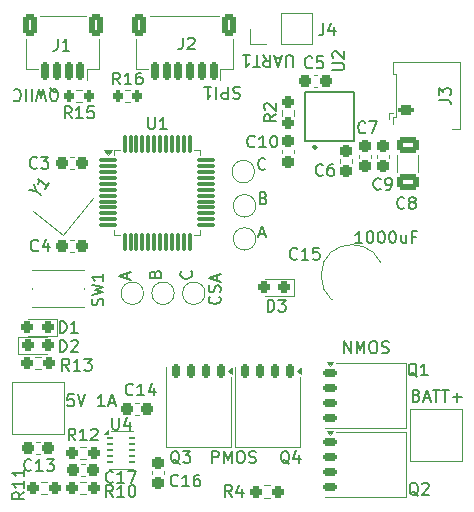
<source format=gbr>
%TF.GenerationSoftware,KiCad,Pcbnew,8.0.3-8.0.3-0~ubuntu22.04.1*%
%TF.CreationDate,2024-06-15T18:18:28-06:00*%
%TF.ProjectId,stm32g070 and DRV8311 single motor board - V1 Alpha,73746d33-3267-4303-9730-20616e642044,rev?*%
%TF.SameCoordinates,Original*%
%TF.FileFunction,Legend,Top*%
%TF.FilePolarity,Positive*%
%FSLAX46Y46*%
G04 Gerber Fmt 4.6, Leading zero omitted, Abs format (unit mm)*
G04 Created by KiCad (PCBNEW 8.0.3-8.0.3-0~ubuntu22.04.1) date 2024-06-15 18:18:28*
%MOMM*%
%LPD*%
G01*
G04 APERTURE LIST*
G04 Aperture macros list*
%AMRoundRect*
0 Rectangle with rounded corners*
0 $1 Rounding radius*
0 $2 $3 $4 $5 $6 $7 $8 $9 X,Y pos of 4 corners*
0 Add a 4 corners polygon primitive as box body*
4,1,4,$2,$3,$4,$5,$6,$7,$8,$9,$2,$3,0*
0 Add four circle primitives for the rounded corners*
1,1,$1+$1,$2,$3*
1,1,$1+$1,$4,$5*
1,1,$1+$1,$6,$7*
1,1,$1+$1,$8,$9*
0 Add four rect primitives between the rounded corners*
20,1,$1+$1,$2,$3,$4,$5,0*
20,1,$1+$1,$4,$5,$6,$7,0*
20,1,$1+$1,$6,$7,$8,$9,0*
20,1,$1+$1,$8,$9,$2,$3,0*%
%AMRotRect*
0 Rectangle, with rotation*
0 The origin of the aperture is its center*
0 $1 length*
0 $2 width*
0 $3 Rotation angle, in degrees counterclockwise*
0 Add horizontal line*
21,1,$1,$2,0,0,$3*%
%AMFreePoly0*
4,1,9,2.100000,-2.000000,2.350000,-2.000000,2.350000,-3.500000,-2.350000,-3.500000,-2.350000,-2.000000,-2.100000,-2.000000,-2.100000,1.100000,2.100000,1.100000,2.100000,-2.000000,2.100000,-2.000000,$1*%
G04 Aperture macros list end*
%ADD10C,0.150000*%
%ADD11C,0.120000*%
%ADD12C,0.250000*%
%ADD13C,0.100000*%
%ADD14RoundRect,0.237500X-0.250000X-0.237500X0.250000X-0.237500X0.250000X0.237500X-0.250000X0.237500X0*%
%ADD15RoundRect,0.237500X-0.300000X-0.237500X0.300000X-0.237500X0.300000X0.237500X-0.300000X0.237500X0*%
%ADD16RotRect,1.400000X1.200000X52.000000*%
%ADD17C,1.500000*%
%ADD18RoundRect,0.237500X-0.287500X-0.237500X0.287500X-0.237500X0.287500X0.237500X-0.287500X0.237500X0*%
%ADD19RoundRect,0.075000X-0.662500X-0.075000X0.662500X-0.075000X0.662500X0.075000X-0.662500X0.075000X0*%
%ADD20RoundRect,0.075000X-0.075000X-0.662500X0.075000X-0.662500X0.075000X0.662500X-0.075000X0.662500X0*%
%ADD21RoundRect,0.237500X0.237500X-0.300000X0.237500X0.300000X-0.237500X0.300000X-0.237500X-0.300000X0*%
%ADD22RoundRect,0.237500X-0.237500X0.300000X-0.237500X-0.300000X0.237500X-0.300000X0.237500X0.300000X0*%
%ADD23RoundRect,0.150000X0.150000X0.625000X-0.150000X0.625000X-0.150000X-0.625000X0.150000X-0.625000X0*%
%ADD24RoundRect,0.250000X0.350000X0.650000X-0.350000X0.650000X-0.350000X-0.650000X0.350000X-0.650000X0*%
%ADD25RoundRect,0.200000X0.450000X-0.200000X0.450000X0.200000X-0.450000X0.200000X-0.450000X-0.200000X0*%
%ADD26O,1.300000X0.800000*%
%ADD27C,1.200000*%
%ADD28RoundRect,0.237500X0.287500X0.237500X-0.287500X0.237500X-0.287500X-0.237500X0.287500X-0.237500X0*%
%ADD29RoundRect,0.062500X-0.187500X-0.062500X0.187500X-0.062500X0.187500X0.062500X-0.187500X0.062500X0*%
%ADD30C,0.600000*%
%ADD31R,0.840000X2.400000*%
%ADD32R,1.700000X1.700000*%
%ADD33O,1.700000X1.700000*%
%ADD34R,0.200000X0.469999*%
%ADD35R,0.469999X0.200000*%
%ADD36R,1.899999X1.899999*%
%ADD37RoundRect,0.237500X0.250000X0.237500X-0.250000X0.237500X-0.250000X-0.237500X0.250000X-0.237500X0*%
%ADD38RoundRect,0.175000X0.400000X-0.175000X0.400000X0.175000X-0.400000X0.175000X-0.400000X-0.175000X0*%
%ADD39FreePoly0,90.000000*%
%ADD40RoundRect,0.175000X-0.175000X-0.400000X0.175000X-0.400000X0.175000X0.400000X-0.175000X0.400000X0*%
%ADD41FreePoly0,0.000000*%
%ADD42R,4.000000X4.000000*%
%ADD43RoundRect,0.237500X0.300000X0.237500X-0.300000X0.237500X-0.300000X-0.237500X0.300000X-0.237500X0*%
%ADD44R,0.900000X1.000000*%
%ADD45RoundRect,0.237500X-0.237500X0.250000X-0.237500X-0.250000X0.237500X-0.250000X0.237500X0.250000X0*%
%ADD46RoundRect,0.200000X-0.200000X-0.275000X0.200000X-0.275000X0.200000X0.275000X-0.200000X0.275000X0*%
%ADD47RoundRect,0.250000X-0.650000X0.412500X-0.650000X-0.412500X0.650000X-0.412500X0.650000X0.412500X0*%
%ADD48RoundRect,0.200000X0.200000X0.275000X-0.200000X0.275000X-0.200000X-0.275000X0.200000X-0.275000X0*%
G04 APERTURE END LIST*
D10*
X140574580Y-112691792D02*
X140622200Y-112739411D01*
X140622200Y-112739411D02*
X140669819Y-112882268D01*
X140669819Y-112882268D02*
X140669819Y-112977506D01*
X140669819Y-112977506D02*
X140622200Y-113120363D01*
X140622200Y-113120363D02*
X140526961Y-113215601D01*
X140526961Y-113215601D02*
X140431723Y-113263220D01*
X140431723Y-113263220D02*
X140241247Y-113310839D01*
X140241247Y-113310839D02*
X140098390Y-113310839D01*
X140098390Y-113310839D02*
X139907914Y-113263220D01*
X139907914Y-113263220D02*
X139812676Y-113215601D01*
X139812676Y-113215601D02*
X139717438Y-113120363D01*
X139717438Y-113120363D02*
X139669819Y-112977506D01*
X139669819Y-112977506D02*
X139669819Y-112882268D01*
X139669819Y-112882268D02*
X139717438Y-112739411D01*
X139717438Y-112739411D02*
X139765057Y-112691792D01*
X140622200Y-112310839D02*
X140669819Y-112167982D01*
X140669819Y-112167982D02*
X140669819Y-111929887D01*
X140669819Y-111929887D02*
X140622200Y-111834649D01*
X140622200Y-111834649D02*
X140574580Y-111787030D01*
X140574580Y-111787030D02*
X140479342Y-111739411D01*
X140479342Y-111739411D02*
X140384104Y-111739411D01*
X140384104Y-111739411D02*
X140288866Y-111787030D01*
X140288866Y-111787030D02*
X140241247Y-111834649D01*
X140241247Y-111834649D02*
X140193628Y-111929887D01*
X140193628Y-111929887D02*
X140146009Y-112120363D01*
X140146009Y-112120363D02*
X140098390Y-112215601D01*
X140098390Y-112215601D02*
X140050771Y-112263220D01*
X140050771Y-112263220D02*
X139955533Y-112310839D01*
X139955533Y-112310839D02*
X139860295Y-112310839D01*
X139860295Y-112310839D02*
X139765057Y-112263220D01*
X139765057Y-112263220D02*
X139717438Y-112215601D01*
X139717438Y-112215601D02*
X139669819Y-112120363D01*
X139669819Y-112120363D02*
X139669819Y-111882268D01*
X139669819Y-111882268D02*
X139717438Y-111739411D01*
X140384104Y-111358458D02*
X140384104Y-110882268D01*
X140669819Y-111453696D02*
X139669819Y-111120363D01*
X139669819Y-111120363D02*
X140669819Y-110787030D01*
X138174580Y-110541792D02*
X138222200Y-110589411D01*
X138222200Y-110589411D02*
X138269819Y-110732268D01*
X138269819Y-110732268D02*
X138269819Y-110827506D01*
X138269819Y-110827506D02*
X138222200Y-110970363D01*
X138222200Y-110970363D02*
X138126961Y-111065601D01*
X138126961Y-111065601D02*
X138031723Y-111113220D01*
X138031723Y-111113220D02*
X137841247Y-111160839D01*
X137841247Y-111160839D02*
X137698390Y-111160839D01*
X137698390Y-111160839D02*
X137507914Y-111113220D01*
X137507914Y-111113220D02*
X137412676Y-111065601D01*
X137412676Y-111065601D02*
X137317438Y-110970363D01*
X137317438Y-110970363D02*
X137269819Y-110827506D01*
X137269819Y-110827506D02*
X137269819Y-110732268D01*
X137269819Y-110732268D02*
X137317438Y-110589411D01*
X137317438Y-110589411D02*
X137365057Y-110541792D01*
X144458207Y-101874580D02*
X144410588Y-101922200D01*
X144410588Y-101922200D02*
X144267731Y-101969819D01*
X144267731Y-101969819D02*
X144172493Y-101969819D01*
X144172493Y-101969819D02*
X144029636Y-101922200D01*
X144029636Y-101922200D02*
X143934398Y-101826961D01*
X143934398Y-101826961D02*
X143886779Y-101731723D01*
X143886779Y-101731723D02*
X143839160Y-101541247D01*
X143839160Y-101541247D02*
X143839160Y-101398390D01*
X143839160Y-101398390D02*
X143886779Y-101207914D01*
X143886779Y-101207914D02*
X143934398Y-101112676D01*
X143934398Y-101112676D02*
X144029636Y-101017438D01*
X144029636Y-101017438D02*
X144172493Y-100969819D01*
X144172493Y-100969819D02*
X144267731Y-100969819D01*
X144267731Y-100969819D02*
X144410588Y-101017438D01*
X144410588Y-101017438D02*
X144458207Y-101065057D01*
X139936779Y-126769819D02*
X139936779Y-125769819D01*
X139936779Y-125769819D02*
X140317731Y-125769819D01*
X140317731Y-125769819D02*
X140412969Y-125817438D01*
X140412969Y-125817438D02*
X140460588Y-125865057D01*
X140460588Y-125865057D02*
X140508207Y-125960295D01*
X140508207Y-125960295D02*
X140508207Y-126103152D01*
X140508207Y-126103152D02*
X140460588Y-126198390D01*
X140460588Y-126198390D02*
X140412969Y-126246009D01*
X140412969Y-126246009D02*
X140317731Y-126293628D01*
X140317731Y-126293628D02*
X139936779Y-126293628D01*
X140936779Y-126769819D02*
X140936779Y-125769819D01*
X140936779Y-125769819D02*
X141270112Y-126484104D01*
X141270112Y-126484104D02*
X141603445Y-125769819D01*
X141603445Y-125769819D02*
X141603445Y-126769819D01*
X142270112Y-125769819D02*
X142460588Y-125769819D01*
X142460588Y-125769819D02*
X142555826Y-125817438D01*
X142555826Y-125817438D02*
X142651064Y-125912676D01*
X142651064Y-125912676D02*
X142698683Y-126103152D01*
X142698683Y-126103152D02*
X142698683Y-126436485D01*
X142698683Y-126436485D02*
X142651064Y-126626961D01*
X142651064Y-126626961D02*
X142555826Y-126722200D01*
X142555826Y-126722200D02*
X142460588Y-126769819D01*
X142460588Y-126769819D02*
X142270112Y-126769819D01*
X142270112Y-126769819D02*
X142174874Y-126722200D01*
X142174874Y-126722200D02*
X142079636Y-126626961D01*
X142079636Y-126626961D02*
X142032017Y-126436485D01*
X142032017Y-126436485D02*
X142032017Y-126103152D01*
X142032017Y-126103152D02*
X142079636Y-125912676D01*
X142079636Y-125912676D02*
X142174874Y-125817438D01*
X142174874Y-125817438D02*
X142270112Y-125769819D01*
X143079636Y-126722200D02*
X143222493Y-126769819D01*
X143222493Y-126769819D02*
X143460588Y-126769819D01*
X143460588Y-126769819D02*
X143555826Y-126722200D01*
X143555826Y-126722200D02*
X143603445Y-126674580D01*
X143603445Y-126674580D02*
X143651064Y-126579342D01*
X143651064Y-126579342D02*
X143651064Y-126484104D01*
X143651064Y-126484104D02*
X143603445Y-126388866D01*
X143603445Y-126388866D02*
X143555826Y-126341247D01*
X143555826Y-126341247D02*
X143460588Y-126293628D01*
X143460588Y-126293628D02*
X143270112Y-126246009D01*
X143270112Y-126246009D02*
X143174874Y-126198390D01*
X143174874Y-126198390D02*
X143127255Y-126150771D01*
X143127255Y-126150771D02*
X143079636Y-126055533D01*
X143079636Y-126055533D02*
X143079636Y-125960295D01*
X143079636Y-125960295D02*
X143127255Y-125865057D01*
X143127255Y-125865057D02*
X143174874Y-125817438D01*
X143174874Y-125817438D02*
X143270112Y-125769819D01*
X143270112Y-125769819D02*
X143508207Y-125769819D01*
X143508207Y-125769819D02*
X143651064Y-125817438D01*
X157270112Y-121046009D02*
X157412969Y-121093628D01*
X157412969Y-121093628D02*
X157460588Y-121141247D01*
X157460588Y-121141247D02*
X157508207Y-121236485D01*
X157508207Y-121236485D02*
X157508207Y-121379342D01*
X157508207Y-121379342D02*
X157460588Y-121474580D01*
X157460588Y-121474580D02*
X157412969Y-121522200D01*
X157412969Y-121522200D02*
X157317731Y-121569819D01*
X157317731Y-121569819D02*
X156936779Y-121569819D01*
X156936779Y-121569819D02*
X156936779Y-120569819D01*
X156936779Y-120569819D02*
X157270112Y-120569819D01*
X157270112Y-120569819D02*
X157365350Y-120617438D01*
X157365350Y-120617438D02*
X157412969Y-120665057D01*
X157412969Y-120665057D02*
X157460588Y-120760295D01*
X157460588Y-120760295D02*
X157460588Y-120855533D01*
X157460588Y-120855533D02*
X157412969Y-120950771D01*
X157412969Y-120950771D02*
X157365350Y-120998390D01*
X157365350Y-120998390D02*
X157270112Y-121046009D01*
X157270112Y-121046009D02*
X156936779Y-121046009D01*
X157889160Y-121284104D02*
X158365350Y-121284104D01*
X157793922Y-121569819D02*
X158127255Y-120569819D01*
X158127255Y-120569819D02*
X158460588Y-121569819D01*
X158651065Y-120569819D02*
X159222493Y-120569819D01*
X158936779Y-121569819D02*
X158936779Y-120569819D01*
X159412970Y-120569819D02*
X159984398Y-120569819D01*
X159698684Y-121569819D02*
X159698684Y-120569819D01*
X160317732Y-121188866D02*
X161079637Y-121188866D01*
X160698684Y-121569819D02*
X160698684Y-120807914D01*
X135146009Y-110779887D02*
X135193628Y-110637030D01*
X135193628Y-110637030D02*
X135241247Y-110589411D01*
X135241247Y-110589411D02*
X135336485Y-110541792D01*
X135336485Y-110541792D02*
X135479342Y-110541792D01*
X135479342Y-110541792D02*
X135574580Y-110589411D01*
X135574580Y-110589411D02*
X135622200Y-110637030D01*
X135622200Y-110637030D02*
X135669819Y-110732268D01*
X135669819Y-110732268D02*
X135669819Y-111113220D01*
X135669819Y-111113220D02*
X134669819Y-111113220D01*
X134669819Y-111113220D02*
X134669819Y-110779887D01*
X134669819Y-110779887D02*
X134717438Y-110684649D01*
X134717438Y-110684649D02*
X134765057Y-110637030D01*
X134765057Y-110637030D02*
X134860295Y-110589411D01*
X134860295Y-110589411D02*
X134955533Y-110589411D01*
X134955533Y-110589411D02*
X135050771Y-110637030D01*
X135050771Y-110637030D02*
X135098390Y-110684649D01*
X135098390Y-110684649D02*
X135146009Y-110779887D01*
X135146009Y-110779887D02*
X135146009Y-111113220D01*
X132784104Y-111160839D02*
X132784104Y-110684649D01*
X133069819Y-111256077D02*
X132069819Y-110922744D01*
X132069819Y-110922744D02*
X133069819Y-110589411D01*
X143939160Y-107384104D02*
X144415350Y-107384104D01*
X143843922Y-107669819D02*
X144177255Y-106669819D01*
X144177255Y-106669819D02*
X144510588Y-107669819D01*
X126196554Y-95034942D02*
X126291792Y-95082561D01*
X126291792Y-95082561D02*
X126387030Y-95177800D01*
X126387030Y-95177800D02*
X126529887Y-95320657D01*
X126529887Y-95320657D02*
X126625125Y-95368276D01*
X126625125Y-95368276D02*
X126720363Y-95368276D01*
X126672744Y-95130180D02*
X126767982Y-95177800D01*
X126767982Y-95177800D02*
X126863220Y-95273038D01*
X126863220Y-95273038D02*
X126910839Y-95463514D01*
X126910839Y-95463514D02*
X126910839Y-95796847D01*
X126910839Y-95796847D02*
X126863220Y-95987323D01*
X126863220Y-95987323D02*
X126767982Y-96082561D01*
X126767982Y-96082561D02*
X126672744Y-96130180D01*
X126672744Y-96130180D02*
X126482268Y-96130180D01*
X126482268Y-96130180D02*
X126387030Y-96082561D01*
X126387030Y-96082561D02*
X126291792Y-95987323D01*
X126291792Y-95987323D02*
X126244173Y-95796847D01*
X126244173Y-95796847D02*
X126244173Y-95463514D01*
X126244173Y-95463514D02*
X126291792Y-95273038D01*
X126291792Y-95273038D02*
X126387030Y-95177800D01*
X126387030Y-95177800D02*
X126482268Y-95130180D01*
X126482268Y-95130180D02*
X126672744Y-95130180D01*
X125910839Y-96130180D02*
X125672744Y-95130180D01*
X125672744Y-95130180D02*
X125482268Y-95844466D01*
X125482268Y-95844466D02*
X125291792Y-95130180D01*
X125291792Y-95130180D02*
X125053697Y-96130180D01*
X124672744Y-95130180D02*
X124672744Y-96130180D01*
X124196554Y-95130180D02*
X124196554Y-96130180D01*
X123148936Y-95225419D02*
X123196555Y-95177800D01*
X123196555Y-95177800D02*
X123339412Y-95130180D01*
X123339412Y-95130180D02*
X123434650Y-95130180D01*
X123434650Y-95130180D02*
X123577507Y-95177800D01*
X123577507Y-95177800D02*
X123672745Y-95273038D01*
X123672745Y-95273038D02*
X123720364Y-95368276D01*
X123720364Y-95368276D02*
X123767983Y-95558752D01*
X123767983Y-95558752D02*
X123767983Y-95701609D01*
X123767983Y-95701609D02*
X123720364Y-95892085D01*
X123720364Y-95892085D02*
X123672745Y-95987323D01*
X123672745Y-95987323D02*
X123577507Y-96082561D01*
X123577507Y-96082561D02*
X123434650Y-96130180D01*
X123434650Y-96130180D02*
X123339412Y-96130180D01*
X123339412Y-96130180D02*
X123196555Y-96082561D01*
X123196555Y-96082561D02*
X123148936Y-96034942D01*
X152660588Y-108149819D02*
X152089160Y-108149819D01*
X152374874Y-108149819D02*
X152374874Y-107149819D01*
X152374874Y-107149819D02*
X152279636Y-107292676D01*
X152279636Y-107292676D02*
X152184398Y-107387914D01*
X152184398Y-107387914D02*
X152089160Y-107435533D01*
X153279636Y-107149819D02*
X153374874Y-107149819D01*
X153374874Y-107149819D02*
X153470112Y-107197438D01*
X153470112Y-107197438D02*
X153517731Y-107245057D01*
X153517731Y-107245057D02*
X153565350Y-107340295D01*
X153565350Y-107340295D02*
X153612969Y-107530771D01*
X153612969Y-107530771D02*
X153612969Y-107768866D01*
X153612969Y-107768866D02*
X153565350Y-107959342D01*
X153565350Y-107959342D02*
X153517731Y-108054580D01*
X153517731Y-108054580D02*
X153470112Y-108102200D01*
X153470112Y-108102200D02*
X153374874Y-108149819D01*
X153374874Y-108149819D02*
X153279636Y-108149819D01*
X153279636Y-108149819D02*
X153184398Y-108102200D01*
X153184398Y-108102200D02*
X153136779Y-108054580D01*
X153136779Y-108054580D02*
X153089160Y-107959342D01*
X153089160Y-107959342D02*
X153041541Y-107768866D01*
X153041541Y-107768866D02*
X153041541Y-107530771D01*
X153041541Y-107530771D02*
X153089160Y-107340295D01*
X153089160Y-107340295D02*
X153136779Y-107245057D01*
X153136779Y-107245057D02*
X153184398Y-107197438D01*
X153184398Y-107197438D02*
X153279636Y-107149819D01*
X154232017Y-107149819D02*
X154327255Y-107149819D01*
X154327255Y-107149819D02*
X154422493Y-107197438D01*
X154422493Y-107197438D02*
X154470112Y-107245057D01*
X154470112Y-107245057D02*
X154517731Y-107340295D01*
X154517731Y-107340295D02*
X154565350Y-107530771D01*
X154565350Y-107530771D02*
X154565350Y-107768866D01*
X154565350Y-107768866D02*
X154517731Y-107959342D01*
X154517731Y-107959342D02*
X154470112Y-108054580D01*
X154470112Y-108054580D02*
X154422493Y-108102200D01*
X154422493Y-108102200D02*
X154327255Y-108149819D01*
X154327255Y-108149819D02*
X154232017Y-108149819D01*
X154232017Y-108149819D02*
X154136779Y-108102200D01*
X154136779Y-108102200D02*
X154089160Y-108054580D01*
X154089160Y-108054580D02*
X154041541Y-107959342D01*
X154041541Y-107959342D02*
X153993922Y-107768866D01*
X153993922Y-107768866D02*
X153993922Y-107530771D01*
X153993922Y-107530771D02*
X154041541Y-107340295D01*
X154041541Y-107340295D02*
X154089160Y-107245057D01*
X154089160Y-107245057D02*
X154136779Y-107197438D01*
X154136779Y-107197438D02*
X154232017Y-107149819D01*
X155184398Y-107149819D02*
X155279636Y-107149819D01*
X155279636Y-107149819D02*
X155374874Y-107197438D01*
X155374874Y-107197438D02*
X155422493Y-107245057D01*
X155422493Y-107245057D02*
X155470112Y-107340295D01*
X155470112Y-107340295D02*
X155517731Y-107530771D01*
X155517731Y-107530771D02*
X155517731Y-107768866D01*
X155517731Y-107768866D02*
X155470112Y-107959342D01*
X155470112Y-107959342D02*
X155422493Y-108054580D01*
X155422493Y-108054580D02*
X155374874Y-108102200D01*
X155374874Y-108102200D02*
X155279636Y-108149819D01*
X155279636Y-108149819D02*
X155184398Y-108149819D01*
X155184398Y-108149819D02*
X155089160Y-108102200D01*
X155089160Y-108102200D02*
X155041541Y-108054580D01*
X155041541Y-108054580D02*
X154993922Y-107959342D01*
X154993922Y-107959342D02*
X154946303Y-107768866D01*
X154946303Y-107768866D02*
X154946303Y-107530771D01*
X154946303Y-107530771D02*
X154993922Y-107340295D01*
X154993922Y-107340295D02*
X155041541Y-107245057D01*
X155041541Y-107245057D02*
X155089160Y-107197438D01*
X155089160Y-107197438D02*
X155184398Y-107149819D01*
X156374874Y-107483152D02*
X156374874Y-108149819D01*
X155946303Y-107483152D02*
X155946303Y-108006961D01*
X155946303Y-108006961D02*
X155993922Y-108102200D01*
X155993922Y-108102200D02*
X156089160Y-108149819D01*
X156089160Y-108149819D02*
X156232017Y-108149819D01*
X156232017Y-108149819D02*
X156327255Y-108102200D01*
X156327255Y-108102200D02*
X156374874Y-108054580D01*
X157184398Y-107626009D02*
X156851065Y-107626009D01*
X156851065Y-108149819D02*
X156851065Y-107149819D01*
X156851065Y-107149819D02*
X157327255Y-107149819D01*
X144320112Y-104346009D02*
X144462969Y-104393628D01*
X144462969Y-104393628D02*
X144510588Y-104441247D01*
X144510588Y-104441247D02*
X144558207Y-104536485D01*
X144558207Y-104536485D02*
X144558207Y-104679342D01*
X144558207Y-104679342D02*
X144510588Y-104774580D01*
X144510588Y-104774580D02*
X144462969Y-104822200D01*
X144462969Y-104822200D02*
X144367731Y-104869819D01*
X144367731Y-104869819D02*
X143986779Y-104869819D01*
X143986779Y-104869819D02*
X143986779Y-103869819D01*
X143986779Y-103869819D02*
X144320112Y-103869819D01*
X144320112Y-103869819D02*
X144415350Y-103917438D01*
X144415350Y-103917438D02*
X144462969Y-103965057D01*
X144462969Y-103965057D02*
X144510588Y-104060295D01*
X144510588Y-104060295D02*
X144510588Y-104155533D01*
X144510588Y-104155533D02*
X144462969Y-104250771D01*
X144462969Y-104250771D02*
X144415350Y-104298390D01*
X144415350Y-104298390D02*
X144320112Y-104346009D01*
X144320112Y-104346009D02*
X143986779Y-104346009D01*
X151136779Y-117469819D02*
X151136779Y-116469819D01*
X151136779Y-116469819D02*
X151708207Y-117469819D01*
X151708207Y-117469819D02*
X151708207Y-116469819D01*
X152184398Y-117469819D02*
X152184398Y-116469819D01*
X152184398Y-116469819D02*
X152517731Y-117184104D01*
X152517731Y-117184104D02*
X152851064Y-116469819D01*
X152851064Y-116469819D02*
X152851064Y-117469819D01*
X153517731Y-116469819D02*
X153708207Y-116469819D01*
X153708207Y-116469819D02*
X153803445Y-116517438D01*
X153803445Y-116517438D02*
X153898683Y-116612676D01*
X153898683Y-116612676D02*
X153946302Y-116803152D01*
X153946302Y-116803152D02*
X153946302Y-117136485D01*
X153946302Y-117136485D02*
X153898683Y-117326961D01*
X153898683Y-117326961D02*
X153803445Y-117422200D01*
X153803445Y-117422200D02*
X153708207Y-117469819D01*
X153708207Y-117469819D02*
X153517731Y-117469819D01*
X153517731Y-117469819D02*
X153422493Y-117422200D01*
X153422493Y-117422200D02*
X153327255Y-117326961D01*
X153327255Y-117326961D02*
X153279636Y-117136485D01*
X153279636Y-117136485D02*
X153279636Y-116803152D01*
X153279636Y-116803152D02*
X153327255Y-116612676D01*
X153327255Y-116612676D02*
X153422493Y-116517438D01*
X153422493Y-116517438D02*
X153517731Y-116469819D01*
X154327255Y-117422200D02*
X154470112Y-117469819D01*
X154470112Y-117469819D02*
X154708207Y-117469819D01*
X154708207Y-117469819D02*
X154803445Y-117422200D01*
X154803445Y-117422200D02*
X154851064Y-117374580D01*
X154851064Y-117374580D02*
X154898683Y-117279342D01*
X154898683Y-117279342D02*
X154898683Y-117184104D01*
X154898683Y-117184104D02*
X154851064Y-117088866D01*
X154851064Y-117088866D02*
X154803445Y-117041247D01*
X154803445Y-117041247D02*
X154708207Y-116993628D01*
X154708207Y-116993628D02*
X154517731Y-116946009D01*
X154517731Y-116946009D02*
X154422493Y-116898390D01*
X154422493Y-116898390D02*
X154374874Y-116850771D01*
X154374874Y-116850771D02*
X154327255Y-116755533D01*
X154327255Y-116755533D02*
X154327255Y-116660295D01*
X154327255Y-116660295D02*
X154374874Y-116565057D01*
X154374874Y-116565057D02*
X154422493Y-116517438D01*
X154422493Y-116517438D02*
X154517731Y-116469819D01*
X154517731Y-116469819D02*
X154755826Y-116469819D01*
X154755826Y-116469819D02*
X154898683Y-116517438D01*
X146763220Y-93230180D02*
X146763220Y-92420657D01*
X146763220Y-92420657D02*
X146715601Y-92325419D01*
X146715601Y-92325419D02*
X146667982Y-92277800D01*
X146667982Y-92277800D02*
X146572744Y-92230180D01*
X146572744Y-92230180D02*
X146382268Y-92230180D01*
X146382268Y-92230180D02*
X146287030Y-92277800D01*
X146287030Y-92277800D02*
X146239411Y-92325419D01*
X146239411Y-92325419D02*
X146191792Y-92420657D01*
X146191792Y-92420657D02*
X146191792Y-93230180D01*
X145763220Y-92515895D02*
X145287030Y-92515895D01*
X145858458Y-92230180D02*
X145525125Y-93230180D01*
X145525125Y-93230180D02*
X145191792Y-92230180D01*
X144287030Y-92230180D02*
X144620363Y-92706371D01*
X144858458Y-92230180D02*
X144858458Y-93230180D01*
X144858458Y-93230180D02*
X144477506Y-93230180D01*
X144477506Y-93230180D02*
X144382268Y-93182561D01*
X144382268Y-93182561D02*
X144334649Y-93134942D01*
X144334649Y-93134942D02*
X144287030Y-93039704D01*
X144287030Y-93039704D02*
X144287030Y-92896847D01*
X144287030Y-92896847D02*
X144334649Y-92801609D01*
X144334649Y-92801609D02*
X144382268Y-92753990D01*
X144382268Y-92753990D02*
X144477506Y-92706371D01*
X144477506Y-92706371D02*
X144858458Y-92706371D01*
X144001315Y-93230180D02*
X143429887Y-93230180D01*
X143715601Y-92230180D02*
X143715601Y-93230180D01*
X142572744Y-92230180D02*
X143144172Y-92230180D01*
X142858458Y-92230180D02*
X142858458Y-93230180D01*
X142858458Y-93230180D02*
X142953696Y-93087323D01*
X142953696Y-93087323D02*
X143048934Y-92992085D01*
X143048934Y-92992085D02*
X143144172Y-92944466D01*
X128225469Y-120969819D02*
X127749279Y-120969819D01*
X127749279Y-120969819D02*
X127701660Y-121446009D01*
X127701660Y-121446009D02*
X127749279Y-121398390D01*
X127749279Y-121398390D02*
X127844517Y-121350771D01*
X127844517Y-121350771D02*
X128082612Y-121350771D01*
X128082612Y-121350771D02*
X128177850Y-121398390D01*
X128177850Y-121398390D02*
X128225469Y-121446009D01*
X128225469Y-121446009D02*
X128273088Y-121541247D01*
X128273088Y-121541247D02*
X128273088Y-121779342D01*
X128273088Y-121779342D02*
X128225469Y-121874580D01*
X128225469Y-121874580D02*
X128177850Y-121922200D01*
X128177850Y-121922200D02*
X128082612Y-121969819D01*
X128082612Y-121969819D02*
X127844517Y-121969819D01*
X127844517Y-121969819D02*
X127749279Y-121922200D01*
X127749279Y-121922200D02*
X127701660Y-121874580D01*
X128558803Y-120969819D02*
X128892136Y-121969819D01*
X128892136Y-121969819D02*
X129225469Y-120969819D01*
X130844517Y-121969819D02*
X130273089Y-121969819D01*
X130558803Y-121969819D02*
X130558803Y-120969819D01*
X130558803Y-120969819D02*
X130463565Y-121112676D01*
X130463565Y-121112676D02*
X130368327Y-121207914D01*
X130368327Y-121207914D02*
X130273089Y-121255533D01*
X131225470Y-121684104D02*
X131701660Y-121684104D01*
X131130232Y-121969819D02*
X131463565Y-120969819D01*
X131463565Y-120969819D02*
X131796898Y-121969819D01*
X142310839Y-94977800D02*
X142167982Y-94930180D01*
X142167982Y-94930180D02*
X141929887Y-94930180D01*
X141929887Y-94930180D02*
X141834649Y-94977800D01*
X141834649Y-94977800D02*
X141787030Y-95025419D01*
X141787030Y-95025419D02*
X141739411Y-95120657D01*
X141739411Y-95120657D02*
X141739411Y-95215895D01*
X141739411Y-95215895D02*
X141787030Y-95311133D01*
X141787030Y-95311133D02*
X141834649Y-95358752D01*
X141834649Y-95358752D02*
X141929887Y-95406371D01*
X141929887Y-95406371D02*
X142120363Y-95453990D01*
X142120363Y-95453990D02*
X142215601Y-95501609D01*
X142215601Y-95501609D02*
X142263220Y-95549228D01*
X142263220Y-95549228D02*
X142310839Y-95644466D01*
X142310839Y-95644466D02*
X142310839Y-95739704D01*
X142310839Y-95739704D02*
X142263220Y-95834942D01*
X142263220Y-95834942D02*
X142215601Y-95882561D01*
X142215601Y-95882561D02*
X142120363Y-95930180D01*
X142120363Y-95930180D02*
X141882268Y-95930180D01*
X141882268Y-95930180D02*
X141739411Y-95882561D01*
X141310839Y-94930180D02*
X141310839Y-95930180D01*
X141310839Y-95930180D02*
X140929887Y-95930180D01*
X140929887Y-95930180D02*
X140834649Y-95882561D01*
X140834649Y-95882561D02*
X140787030Y-95834942D01*
X140787030Y-95834942D02*
X140739411Y-95739704D01*
X140739411Y-95739704D02*
X140739411Y-95596847D01*
X140739411Y-95596847D02*
X140787030Y-95501609D01*
X140787030Y-95501609D02*
X140834649Y-95453990D01*
X140834649Y-95453990D02*
X140929887Y-95406371D01*
X140929887Y-95406371D02*
X141310839Y-95406371D01*
X140310839Y-94930180D02*
X140310839Y-95930180D01*
X139310840Y-94930180D02*
X139882268Y-94930180D01*
X139596554Y-94930180D02*
X139596554Y-95930180D01*
X139596554Y-95930180D02*
X139691792Y-95787323D01*
X139691792Y-95787323D02*
X139787030Y-95692085D01*
X139787030Y-95692085D02*
X139882268Y-95644466D01*
X128369642Y-124854819D02*
X128036309Y-124378628D01*
X127798214Y-124854819D02*
X127798214Y-123854819D01*
X127798214Y-123854819D02*
X128179166Y-123854819D01*
X128179166Y-123854819D02*
X128274404Y-123902438D01*
X128274404Y-123902438D02*
X128322023Y-123950057D01*
X128322023Y-123950057D02*
X128369642Y-124045295D01*
X128369642Y-124045295D02*
X128369642Y-124188152D01*
X128369642Y-124188152D02*
X128322023Y-124283390D01*
X128322023Y-124283390D02*
X128274404Y-124331009D01*
X128274404Y-124331009D02*
X128179166Y-124378628D01*
X128179166Y-124378628D02*
X127798214Y-124378628D01*
X129322023Y-124854819D02*
X128750595Y-124854819D01*
X129036309Y-124854819D02*
X129036309Y-123854819D01*
X129036309Y-123854819D02*
X128941071Y-123997676D01*
X128941071Y-123997676D02*
X128845833Y-124092914D01*
X128845833Y-124092914D02*
X128750595Y-124140533D01*
X129702976Y-123950057D02*
X129750595Y-123902438D01*
X129750595Y-123902438D02*
X129845833Y-123854819D01*
X129845833Y-123854819D02*
X130083928Y-123854819D01*
X130083928Y-123854819D02*
X130179166Y-123902438D01*
X130179166Y-123902438D02*
X130226785Y-123950057D01*
X130226785Y-123950057D02*
X130274404Y-124045295D01*
X130274404Y-124045295D02*
X130274404Y-124140533D01*
X130274404Y-124140533D02*
X130226785Y-124283390D01*
X130226785Y-124283390D02*
X129655357Y-124854819D01*
X129655357Y-124854819D02*
X130274404Y-124854819D01*
X125133333Y-101759580D02*
X125085714Y-101807200D01*
X125085714Y-101807200D02*
X124942857Y-101854819D01*
X124942857Y-101854819D02*
X124847619Y-101854819D01*
X124847619Y-101854819D02*
X124704762Y-101807200D01*
X124704762Y-101807200D02*
X124609524Y-101711961D01*
X124609524Y-101711961D02*
X124561905Y-101616723D01*
X124561905Y-101616723D02*
X124514286Y-101426247D01*
X124514286Y-101426247D02*
X124514286Y-101283390D01*
X124514286Y-101283390D02*
X124561905Y-101092914D01*
X124561905Y-101092914D02*
X124609524Y-100997676D01*
X124609524Y-100997676D02*
X124704762Y-100902438D01*
X124704762Y-100902438D02*
X124847619Y-100854819D01*
X124847619Y-100854819D02*
X124942857Y-100854819D01*
X124942857Y-100854819D02*
X125085714Y-100902438D01*
X125085714Y-100902438D02*
X125133333Y-100950057D01*
X125466667Y-100854819D02*
X126085714Y-100854819D01*
X126085714Y-100854819D02*
X125752381Y-101235771D01*
X125752381Y-101235771D02*
X125895238Y-101235771D01*
X125895238Y-101235771D02*
X125990476Y-101283390D01*
X125990476Y-101283390D02*
X126038095Y-101331009D01*
X126038095Y-101331009D02*
X126085714Y-101426247D01*
X126085714Y-101426247D02*
X126085714Y-101664342D01*
X126085714Y-101664342D02*
X126038095Y-101759580D01*
X126038095Y-101759580D02*
X125990476Y-101807200D01*
X125990476Y-101807200D02*
X125895238Y-101854819D01*
X125895238Y-101854819D02*
X125609524Y-101854819D01*
X125609524Y-101854819D02*
X125514286Y-101807200D01*
X125514286Y-101807200D02*
X125466667Y-101759580D01*
X125059358Y-103753715D02*
X125434602Y-104046887D01*
X124441370Y-103693896D02*
X125059358Y-103753715D01*
X125059358Y-103753715D02*
X124851811Y-103168556D01*
X126167532Y-103108779D02*
X125815725Y-103559071D01*
X125991629Y-103333925D02*
X125203618Y-102718264D01*
X125203618Y-102718264D02*
X125257557Y-102881264D01*
X125257557Y-102881264D02*
X125273971Y-103014947D01*
X125273971Y-103014947D02*
X125252861Y-103119313D01*
X127061905Y-117354819D02*
X127061905Y-116354819D01*
X127061905Y-116354819D02*
X127300000Y-116354819D01*
X127300000Y-116354819D02*
X127442857Y-116402438D01*
X127442857Y-116402438D02*
X127538095Y-116497676D01*
X127538095Y-116497676D02*
X127585714Y-116592914D01*
X127585714Y-116592914D02*
X127633333Y-116783390D01*
X127633333Y-116783390D02*
X127633333Y-116926247D01*
X127633333Y-116926247D02*
X127585714Y-117116723D01*
X127585714Y-117116723D02*
X127538095Y-117211961D01*
X127538095Y-117211961D02*
X127442857Y-117307200D01*
X127442857Y-117307200D02*
X127300000Y-117354819D01*
X127300000Y-117354819D02*
X127061905Y-117354819D01*
X128014286Y-116450057D02*
X128061905Y-116402438D01*
X128061905Y-116402438D02*
X128157143Y-116354819D01*
X128157143Y-116354819D02*
X128395238Y-116354819D01*
X128395238Y-116354819D02*
X128490476Y-116402438D01*
X128490476Y-116402438D02*
X128538095Y-116450057D01*
X128538095Y-116450057D02*
X128585714Y-116545295D01*
X128585714Y-116545295D02*
X128585714Y-116640533D01*
X128585714Y-116640533D02*
X128538095Y-116783390D01*
X128538095Y-116783390D02*
X127966667Y-117354819D01*
X127966667Y-117354819D02*
X128585714Y-117354819D01*
X134538095Y-97490819D02*
X134538095Y-98300342D01*
X134538095Y-98300342D02*
X134585714Y-98395580D01*
X134585714Y-98395580D02*
X134633333Y-98443200D01*
X134633333Y-98443200D02*
X134728571Y-98490819D01*
X134728571Y-98490819D02*
X134919047Y-98490819D01*
X134919047Y-98490819D02*
X135014285Y-98443200D01*
X135014285Y-98443200D02*
X135061904Y-98395580D01*
X135061904Y-98395580D02*
X135109523Y-98300342D01*
X135109523Y-98300342D02*
X135109523Y-97490819D01*
X136109523Y-98490819D02*
X135538095Y-98490819D01*
X135823809Y-98490819D02*
X135823809Y-97490819D01*
X135823809Y-97490819D02*
X135728571Y-97633676D01*
X135728571Y-97633676D02*
X135633333Y-97728914D01*
X135633333Y-97728914D02*
X135538095Y-97776533D01*
X143557142Y-99959580D02*
X143509523Y-100007200D01*
X143509523Y-100007200D02*
X143366666Y-100054819D01*
X143366666Y-100054819D02*
X143271428Y-100054819D01*
X143271428Y-100054819D02*
X143128571Y-100007200D01*
X143128571Y-100007200D02*
X143033333Y-99911961D01*
X143033333Y-99911961D02*
X142985714Y-99816723D01*
X142985714Y-99816723D02*
X142938095Y-99626247D01*
X142938095Y-99626247D02*
X142938095Y-99483390D01*
X142938095Y-99483390D02*
X142985714Y-99292914D01*
X142985714Y-99292914D02*
X143033333Y-99197676D01*
X143033333Y-99197676D02*
X143128571Y-99102438D01*
X143128571Y-99102438D02*
X143271428Y-99054819D01*
X143271428Y-99054819D02*
X143366666Y-99054819D01*
X143366666Y-99054819D02*
X143509523Y-99102438D01*
X143509523Y-99102438D02*
X143557142Y-99150057D01*
X144509523Y-100054819D02*
X143938095Y-100054819D01*
X144223809Y-100054819D02*
X144223809Y-99054819D01*
X144223809Y-99054819D02*
X144128571Y-99197676D01*
X144128571Y-99197676D02*
X144033333Y-99292914D01*
X144033333Y-99292914D02*
X143938095Y-99340533D01*
X145128571Y-99054819D02*
X145223809Y-99054819D01*
X145223809Y-99054819D02*
X145319047Y-99102438D01*
X145319047Y-99102438D02*
X145366666Y-99150057D01*
X145366666Y-99150057D02*
X145414285Y-99245295D01*
X145414285Y-99245295D02*
X145461904Y-99435771D01*
X145461904Y-99435771D02*
X145461904Y-99673866D01*
X145461904Y-99673866D02*
X145414285Y-99864342D01*
X145414285Y-99864342D02*
X145366666Y-99959580D01*
X145366666Y-99959580D02*
X145319047Y-100007200D01*
X145319047Y-100007200D02*
X145223809Y-100054819D01*
X145223809Y-100054819D02*
X145128571Y-100054819D01*
X145128571Y-100054819D02*
X145033333Y-100007200D01*
X145033333Y-100007200D02*
X144985714Y-99959580D01*
X144985714Y-99959580D02*
X144938095Y-99864342D01*
X144938095Y-99864342D02*
X144890476Y-99673866D01*
X144890476Y-99673866D02*
X144890476Y-99435771D01*
X144890476Y-99435771D02*
X144938095Y-99245295D01*
X144938095Y-99245295D02*
X144985714Y-99150057D01*
X144985714Y-99150057D02*
X145033333Y-99102438D01*
X145033333Y-99102438D02*
X145128571Y-99054819D01*
X152933333Y-98759580D02*
X152885714Y-98807200D01*
X152885714Y-98807200D02*
X152742857Y-98854819D01*
X152742857Y-98854819D02*
X152647619Y-98854819D01*
X152647619Y-98854819D02*
X152504762Y-98807200D01*
X152504762Y-98807200D02*
X152409524Y-98711961D01*
X152409524Y-98711961D02*
X152361905Y-98616723D01*
X152361905Y-98616723D02*
X152314286Y-98426247D01*
X152314286Y-98426247D02*
X152314286Y-98283390D01*
X152314286Y-98283390D02*
X152361905Y-98092914D01*
X152361905Y-98092914D02*
X152409524Y-97997676D01*
X152409524Y-97997676D02*
X152504762Y-97902438D01*
X152504762Y-97902438D02*
X152647619Y-97854819D01*
X152647619Y-97854819D02*
X152742857Y-97854819D01*
X152742857Y-97854819D02*
X152885714Y-97902438D01*
X152885714Y-97902438D02*
X152933333Y-97950057D01*
X153266667Y-97854819D02*
X153933333Y-97854819D01*
X153933333Y-97854819D02*
X153504762Y-98854819D01*
X126866666Y-90854819D02*
X126866666Y-91569104D01*
X126866666Y-91569104D02*
X126819047Y-91711961D01*
X126819047Y-91711961D02*
X126723809Y-91807200D01*
X126723809Y-91807200D02*
X126580952Y-91854819D01*
X126580952Y-91854819D02*
X126485714Y-91854819D01*
X127866666Y-91854819D02*
X127295238Y-91854819D01*
X127580952Y-91854819D02*
X127580952Y-90854819D01*
X127580952Y-90854819D02*
X127485714Y-90997676D01*
X127485714Y-90997676D02*
X127390476Y-91092914D01*
X127390476Y-91092914D02*
X127295238Y-91140533D01*
X159154819Y-96033333D02*
X159869104Y-96033333D01*
X159869104Y-96033333D02*
X160011961Y-96080952D01*
X160011961Y-96080952D02*
X160107200Y-96176190D01*
X160107200Y-96176190D02*
X160154819Y-96319047D01*
X160154819Y-96319047D02*
X160154819Y-96414285D01*
X159154819Y-95652380D02*
X159154819Y-95033333D01*
X159154819Y-95033333D02*
X159535771Y-95366666D01*
X159535771Y-95366666D02*
X159535771Y-95223809D01*
X159535771Y-95223809D02*
X159583390Y-95128571D01*
X159583390Y-95128571D02*
X159631009Y-95080952D01*
X159631009Y-95080952D02*
X159726247Y-95033333D01*
X159726247Y-95033333D02*
X159964342Y-95033333D01*
X159964342Y-95033333D02*
X160059580Y-95080952D01*
X160059580Y-95080952D02*
X160107200Y-95128571D01*
X160107200Y-95128571D02*
X160154819Y-95223809D01*
X160154819Y-95223809D02*
X160154819Y-95509523D01*
X160154819Y-95509523D02*
X160107200Y-95604761D01*
X160107200Y-95604761D02*
X160059580Y-95652380D01*
X147157142Y-109459580D02*
X147109523Y-109507200D01*
X147109523Y-109507200D02*
X146966666Y-109554819D01*
X146966666Y-109554819D02*
X146871428Y-109554819D01*
X146871428Y-109554819D02*
X146728571Y-109507200D01*
X146728571Y-109507200D02*
X146633333Y-109411961D01*
X146633333Y-109411961D02*
X146585714Y-109316723D01*
X146585714Y-109316723D02*
X146538095Y-109126247D01*
X146538095Y-109126247D02*
X146538095Y-108983390D01*
X146538095Y-108983390D02*
X146585714Y-108792914D01*
X146585714Y-108792914D02*
X146633333Y-108697676D01*
X146633333Y-108697676D02*
X146728571Y-108602438D01*
X146728571Y-108602438D02*
X146871428Y-108554819D01*
X146871428Y-108554819D02*
X146966666Y-108554819D01*
X146966666Y-108554819D02*
X147109523Y-108602438D01*
X147109523Y-108602438D02*
X147157142Y-108650057D01*
X148109523Y-109554819D02*
X147538095Y-109554819D01*
X147823809Y-109554819D02*
X147823809Y-108554819D01*
X147823809Y-108554819D02*
X147728571Y-108697676D01*
X147728571Y-108697676D02*
X147633333Y-108792914D01*
X147633333Y-108792914D02*
X147538095Y-108840533D01*
X149014285Y-108554819D02*
X148538095Y-108554819D01*
X148538095Y-108554819D02*
X148490476Y-109031009D01*
X148490476Y-109031009D02*
X148538095Y-108983390D01*
X148538095Y-108983390D02*
X148633333Y-108935771D01*
X148633333Y-108935771D02*
X148871428Y-108935771D01*
X148871428Y-108935771D02*
X148966666Y-108983390D01*
X148966666Y-108983390D02*
X149014285Y-109031009D01*
X149014285Y-109031009D02*
X149061904Y-109126247D01*
X149061904Y-109126247D02*
X149061904Y-109364342D01*
X149061904Y-109364342D02*
X149014285Y-109459580D01*
X149014285Y-109459580D02*
X148966666Y-109507200D01*
X148966666Y-109507200D02*
X148871428Y-109554819D01*
X148871428Y-109554819D02*
X148633333Y-109554819D01*
X148633333Y-109554819D02*
X148538095Y-109507200D01*
X148538095Y-109507200D02*
X148490476Y-109459580D01*
X131557142Y-128359580D02*
X131509523Y-128407200D01*
X131509523Y-128407200D02*
X131366666Y-128454819D01*
X131366666Y-128454819D02*
X131271428Y-128454819D01*
X131271428Y-128454819D02*
X131128571Y-128407200D01*
X131128571Y-128407200D02*
X131033333Y-128311961D01*
X131033333Y-128311961D02*
X130985714Y-128216723D01*
X130985714Y-128216723D02*
X130938095Y-128026247D01*
X130938095Y-128026247D02*
X130938095Y-127883390D01*
X130938095Y-127883390D02*
X130985714Y-127692914D01*
X130985714Y-127692914D02*
X131033333Y-127597676D01*
X131033333Y-127597676D02*
X131128571Y-127502438D01*
X131128571Y-127502438D02*
X131271428Y-127454819D01*
X131271428Y-127454819D02*
X131366666Y-127454819D01*
X131366666Y-127454819D02*
X131509523Y-127502438D01*
X131509523Y-127502438D02*
X131557142Y-127550057D01*
X132509523Y-128454819D02*
X131938095Y-128454819D01*
X132223809Y-128454819D02*
X132223809Y-127454819D01*
X132223809Y-127454819D02*
X132128571Y-127597676D01*
X132128571Y-127597676D02*
X132033333Y-127692914D01*
X132033333Y-127692914D02*
X131938095Y-127740533D01*
X132842857Y-127454819D02*
X133509523Y-127454819D01*
X133509523Y-127454819D02*
X133080952Y-128454819D01*
X141633333Y-129654819D02*
X141300000Y-129178628D01*
X141061905Y-129654819D02*
X141061905Y-128654819D01*
X141061905Y-128654819D02*
X141442857Y-128654819D01*
X141442857Y-128654819D02*
X141538095Y-128702438D01*
X141538095Y-128702438D02*
X141585714Y-128750057D01*
X141585714Y-128750057D02*
X141633333Y-128845295D01*
X141633333Y-128845295D02*
X141633333Y-128988152D01*
X141633333Y-128988152D02*
X141585714Y-129083390D01*
X141585714Y-129083390D02*
X141538095Y-129131009D01*
X141538095Y-129131009D02*
X141442857Y-129178628D01*
X141442857Y-129178628D02*
X141061905Y-129178628D01*
X142490476Y-128988152D02*
X142490476Y-129654819D01*
X142252381Y-128607200D02*
X142014286Y-129321485D01*
X142014286Y-129321485D02*
X142633333Y-129321485D01*
X127061905Y-115754819D02*
X127061905Y-114754819D01*
X127061905Y-114754819D02*
X127300000Y-114754819D01*
X127300000Y-114754819D02*
X127442857Y-114802438D01*
X127442857Y-114802438D02*
X127538095Y-114897676D01*
X127538095Y-114897676D02*
X127585714Y-114992914D01*
X127585714Y-114992914D02*
X127633333Y-115183390D01*
X127633333Y-115183390D02*
X127633333Y-115326247D01*
X127633333Y-115326247D02*
X127585714Y-115516723D01*
X127585714Y-115516723D02*
X127538095Y-115611961D01*
X127538095Y-115611961D02*
X127442857Y-115707200D01*
X127442857Y-115707200D02*
X127300000Y-115754819D01*
X127300000Y-115754819D02*
X127061905Y-115754819D01*
X128585714Y-115754819D02*
X128014286Y-115754819D01*
X128300000Y-115754819D02*
X128300000Y-114754819D01*
X128300000Y-114754819D02*
X128204762Y-114897676D01*
X128204762Y-114897676D02*
X128109524Y-114992914D01*
X128109524Y-114992914D02*
X128014286Y-115040533D01*
X131500595Y-122954819D02*
X131500595Y-123764342D01*
X131500595Y-123764342D02*
X131548214Y-123859580D01*
X131548214Y-123859580D02*
X131595833Y-123907200D01*
X131595833Y-123907200D02*
X131691071Y-123954819D01*
X131691071Y-123954819D02*
X131881547Y-123954819D01*
X131881547Y-123954819D02*
X131976785Y-123907200D01*
X131976785Y-123907200D02*
X132024404Y-123859580D01*
X132024404Y-123859580D02*
X132072023Y-123764342D01*
X132072023Y-123764342D02*
X132072023Y-122954819D01*
X132976785Y-123288152D02*
X132976785Y-123954819D01*
X132738690Y-122907200D02*
X132500595Y-123621485D01*
X132500595Y-123621485D02*
X133119642Y-123621485D01*
X149366666Y-89554819D02*
X149366666Y-90269104D01*
X149366666Y-90269104D02*
X149319047Y-90411961D01*
X149319047Y-90411961D02*
X149223809Y-90507200D01*
X149223809Y-90507200D02*
X149080952Y-90554819D01*
X149080952Y-90554819D02*
X148985714Y-90554819D01*
X150271428Y-89888152D02*
X150271428Y-90554819D01*
X150033333Y-89507200D02*
X149795238Y-90221485D01*
X149795238Y-90221485D02*
X150414285Y-90221485D01*
X144661905Y-113954819D02*
X144661905Y-112954819D01*
X144661905Y-112954819D02*
X144900000Y-112954819D01*
X144900000Y-112954819D02*
X145042857Y-113002438D01*
X145042857Y-113002438D02*
X145138095Y-113097676D01*
X145138095Y-113097676D02*
X145185714Y-113192914D01*
X145185714Y-113192914D02*
X145233333Y-113383390D01*
X145233333Y-113383390D02*
X145233333Y-113526247D01*
X145233333Y-113526247D02*
X145185714Y-113716723D01*
X145185714Y-113716723D02*
X145138095Y-113811961D01*
X145138095Y-113811961D02*
X145042857Y-113907200D01*
X145042857Y-113907200D02*
X144900000Y-113954819D01*
X144900000Y-113954819D02*
X144661905Y-113954819D01*
X145566667Y-112954819D02*
X146185714Y-112954819D01*
X146185714Y-112954819D02*
X145852381Y-113335771D01*
X145852381Y-113335771D02*
X145995238Y-113335771D01*
X145995238Y-113335771D02*
X146090476Y-113383390D01*
X146090476Y-113383390D02*
X146138095Y-113431009D01*
X146138095Y-113431009D02*
X146185714Y-113526247D01*
X146185714Y-113526247D02*
X146185714Y-113764342D01*
X146185714Y-113764342D02*
X146138095Y-113859580D01*
X146138095Y-113859580D02*
X146090476Y-113907200D01*
X146090476Y-113907200D02*
X145995238Y-113954819D01*
X145995238Y-113954819D02*
X145709524Y-113954819D01*
X145709524Y-113954819D02*
X145614286Y-113907200D01*
X145614286Y-113907200D02*
X145566667Y-113859580D01*
X150130118Y-93488304D02*
X150939641Y-93488304D01*
X150939641Y-93488304D02*
X151034879Y-93440685D01*
X151034879Y-93440685D02*
X151082499Y-93393066D01*
X151082499Y-93393066D02*
X151130118Y-93297828D01*
X151130118Y-93297828D02*
X151130118Y-93107352D01*
X151130118Y-93107352D02*
X151082499Y-93012114D01*
X151082499Y-93012114D02*
X151034879Y-92964495D01*
X151034879Y-92964495D02*
X150939641Y-92916876D01*
X150939641Y-92916876D02*
X150130118Y-92916876D01*
X150225356Y-92488304D02*
X150177737Y-92440685D01*
X150177737Y-92440685D02*
X150130118Y-92345447D01*
X150130118Y-92345447D02*
X150130118Y-92107352D01*
X150130118Y-92107352D02*
X150177737Y-92012114D01*
X150177737Y-92012114D02*
X150225356Y-91964495D01*
X150225356Y-91964495D02*
X150320594Y-91916876D01*
X150320594Y-91916876D02*
X150415832Y-91916876D01*
X150415832Y-91916876D02*
X150558689Y-91964495D01*
X150558689Y-91964495D02*
X151130118Y-92535923D01*
X151130118Y-92535923D02*
X151130118Y-91916876D01*
X154233333Y-103559580D02*
X154185714Y-103607200D01*
X154185714Y-103607200D02*
X154042857Y-103654819D01*
X154042857Y-103654819D02*
X153947619Y-103654819D01*
X153947619Y-103654819D02*
X153804762Y-103607200D01*
X153804762Y-103607200D02*
X153709524Y-103511961D01*
X153709524Y-103511961D02*
X153661905Y-103416723D01*
X153661905Y-103416723D02*
X153614286Y-103226247D01*
X153614286Y-103226247D02*
X153614286Y-103083390D01*
X153614286Y-103083390D02*
X153661905Y-102892914D01*
X153661905Y-102892914D02*
X153709524Y-102797676D01*
X153709524Y-102797676D02*
X153804762Y-102702438D01*
X153804762Y-102702438D02*
X153947619Y-102654819D01*
X153947619Y-102654819D02*
X154042857Y-102654819D01*
X154042857Y-102654819D02*
X154185714Y-102702438D01*
X154185714Y-102702438D02*
X154233333Y-102750057D01*
X154709524Y-103654819D02*
X154900000Y-103654819D01*
X154900000Y-103654819D02*
X154995238Y-103607200D01*
X154995238Y-103607200D02*
X155042857Y-103559580D01*
X155042857Y-103559580D02*
X155138095Y-103416723D01*
X155138095Y-103416723D02*
X155185714Y-103226247D01*
X155185714Y-103226247D02*
X155185714Y-102845295D01*
X155185714Y-102845295D02*
X155138095Y-102750057D01*
X155138095Y-102750057D02*
X155090476Y-102702438D01*
X155090476Y-102702438D02*
X154995238Y-102654819D01*
X154995238Y-102654819D02*
X154804762Y-102654819D01*
X154804762Y-102654819D02*
X154709524Y-102702438D01*
X154709524Y-102702438D02*
X154661905Y-102750057D01*
X154661905Y-102750057D02*
X154614286Y-102845295D01*
X154614286Y-102845295D02*
X154614286Y-103083390D01*
X154614286Y-103083390D02*
X154661905Y-103178628D01*
X154661905Y-103178628D02*
X154709524Y-103226247D01*
X154709524Y-103226247D02*
X154804762Y-103273866D01*
X154804762Y-103273866D02*
X154995238Y-103273866D01*
X154995238Y-103273866D02*
X155090476Y-103226247D01*
X155090476Y-103226247D02*
X155138095Y-103178628D01*
X155138095Y-103178628D02*
X155185714Y-103083390D01*
X127857142Y-118954819D02*
X127523809Y-118478628D01*
X127285714Y-118954819D02*
X127285714Y-117954819D01*
X127285714Y-117954819D02*
X127666666Y-117954819D01*
X127666666Y-117954819D02*
X127761904Y-118002438D01*
X127761904Y-118002438D02*
X127809523Y-118050057D01*
X127809523Y-118050057D02*
X127857142Y-118145295D01*
X127857142Y-118145295D02*
X127857142Y-118288152D01*
X127857142Y-118288152D02*
X127809523Y-118383390D01*
X127809523Y-118383390D02*
X127761904Y-118431009D01*
X127761904Y-118431009D02*
X127666666Y-118478628D01*
X127666666Y-118478628D02*
X127285714Y-118478628D01*
X128809523Y-118954819D02*
X128238095Y-118954819D01*
X128523809Y-118954819D02*
X128523809Y-117954819D01*
X128523809Y-117954819D02*
X128428571Y-118097676D01*
X128428571Y-118097676D02*
X128333333Y-118192914D01*
X128333333Y-118192914D02*
X128238095Y-118240533D01*
X129142857Y-117954819D02*
X129761904Y-117954819D01*
X129761904Y-117954819D02*
X129428571Y-118335771D01*
X129428571Y-118335771D02*
X129571428Y-118335771D01*
X129571428Y-118335771D02*
X129666666Y-118383390D01*
X129666666Y-118383390D02*
X129714285Y-118431009D01*
X129714285Y-118431009D02*
X129761904Y-118526247D01*
X129761904Y-118526247D02*
X129761904Y-118764342D01*
X129761904Y-118764342D02*
X129714285Y-118859580D01*
X129714285Y-118859580D02*
X129666666Y-118907200D01*
X129666666Y-118907200D02*
X129571428Y-118954819D01*
X129571428Y-118954819D02*
X129285714Y-118954819D01*
X129285714Y-118954819D02*
X129190476Y-118907200D01*
X129190476Y-118907200D02*
X129142857Y-118859580D01*
X157404761Y-129550057D02*
X157309523Y-129502438D01*
X157309523Y-129502438D02*
X157214285Y-129407200D01*
X157214285Y-129407200D02*
X157071428Y-129264342D01*
X157071428Y-129264342D02*
X156976190Y-129216723D01*
X156976190Y-129216723D02*
X156880952Y-129216723D01*
X156928571Y-129454819D02*
X156833333Y-129407200D01*
X156833333Y-129407200D02*
X156738095Y-129311961D01*
X156738095Y-129311961D02*
X156690476Y-129121485D01*
X156690476Y-129121485D02*
X156690476Y-128788152D01*
X156690476Y-128788152D02*
X156738095Y-128597676D01*
X156738095Y-128597676D02*
X156833333Y-128502438D01*
X156833333Y-128502438D02*
X156928571Y-128454819D01*
X156928571Y-128454819D02*
X157119047Y-128454819D01*
X157119047Y-128454819D02*
X157214285Y-128502438D01*
X157214285Y-128502438D02*
X157309523Y-128597676D01*
X157309523Y-128597676D02*
X157357142Y-128788152D01*
X157357142Y-128788152D02*
X157357142Y-129121485D01*
X157357142Y-129121485D02*
X157309523Y-129311961D01*
X157309523Y-129311961D02*
X157214285Y-129407200D01*
X157214285Y-129407200D02*
X157119047Y-129454819D01*
X157119047Y-129454819D02*
X156928571Y-129454819D01*
X157738095Y-128550057D02*
X157785714Y-128502438D01*
X157785714Y-128502438D02*
X157880952Y-128454819D01*
X157880952Y-128454819D02*
X158119047Y-128454819D01*
X158119047Y-128454819D02*
X158214285Y-128502438D01*
X158214285Y-128502438D02*
X158261904Y-128550057D01*
X158261904Y-128550057D02*
X158309523Y-128645295D01*
X158309523Y-128645295D02*
X158309523Y-128740533D01*
X158309523Y-128740533D02*
X158261904Y-128883390D01*
X158261904Y-128883390D02*
X157690476Y-129454819D01*
X157690476Y-129454819D02*
X158309523Y-129454819D01*
X146504761Y-126850057D02*
X146409523Y-126802438D01*
X146409523Y-126802438D02*
X146314285Y-126707200D01*
X146314285Y-126707200D02*
X146171428Y-126564342D01*
X146171428Y-126564342D02*
X146076190Y-126516723D01*
X146076190Y-126516723D02*
X145980952Y-126516723D01*
X146028571Y-126754819D02*
X145933333Y-126707200D01*
X145933333Y-126707200D02*
X145838095Y-126611961D01*
X145838095Y-126611961D02*
X145790476Y-126421485D01*
X145790476Y-126421485D02*
X145790476Y-126088152D01*
X145790476Y-126088152D02*
X145838095Y-125897676D01*
X145838095Y-125897676D02*
X145933333Y-125802438D01*
X145933333Y-125802438D02*
X146028571Y-125754819D01*
X146028571Y-125754819D02*
X146219047Y-125754819D01*
X146219047Y-125754819D02*
X146314285Y-125802438D01*
X146314285Y-125802438D02*
X146409523Y-125897676D01*
X146409523Y-125897676D02*
X146457142Y-126088152D01*
X146457142Y-126088152D02*
X146457142Y-126421485D01*
X146457142Y-126421485D02*
X146409523Y-126611961D01*
X146409523Y-126611961D02*
X146314285Y-126707200D01*
X146314285Y-126707200D02*
X146219047Y-126754819D01*
X146219047Y-126754819D02*
X146028571Y-126754819D01*
X147314285Y-126088152D02*
X147314285Y-126754819D01*
X147076190Y-125707200D02*
X146838095Y-126421485D01*
X146838095Y-126421485D02*
X147457142Y-126421485D01*
X124054819Y-129242857D02*
X123578628Y-129576190D01*
X124054819Y-129814285D02*
X123054819Y-129814285D01*
X123054819Y-129814285D02*
X123054819Y-129433333D01*
X123054819Y-129433333D02*
X123102438Y-129338095D01*
X123102438Y-129338095D02*
X123150057Y-129290476D01*
X123150057Y-129290476D02*
X123245295Y-129242857D01*
X123245295Y-129242857D02*
X123388152Y-129242857D01*
X123388152Y-129242857D02*
X123483390Y-129290476D01*
X123483390Y-129290476D02*
X123531009Y-129338095D01*
X123531009Y-129338095D02*
X123578628Y-129433333D01*
X123578628Y-129433333D02*
X123578628Y-129814285D01*
X124054819Y-128290476D02*
X124054819Y-128861904D01*
X124054819Y-128576190D02*
X123054819Y-128576190D01*
X123054819Y-128576190D02*
X123197676Y-128671428D01*
X123197676Y-128671428D02*
X123292914Y-128766666D01*
X123292914Y-128766666D02*
X123340533Y-128861904D01*
X124054819Y-127338095D02*
X124054819Y-127909523D01*
X124054819Y-127623809D02*
X123054819Y-127623809D01*
X123054819Y-127623809D02*
X123197676Y-127719047D01*
X123197676Y-127719047D02*
X123292914Y-127814285D01*
X123292914Y-127814285D02*
X123340533Y-127909523D01*
X148433333Y-93259580D02*
X148385714Y-93307200D01*
X148385714Y-93307200D02*
X148242857Y-93354819D01*
X148242857Y-93354819D02*
X148147619Y-93354819D01*
X148147619Y-93354819D02*
X148004762Y-93307200D01*
X148004762Y-93307200D02*
X147909524Y-93211961D01*
X147909524Y-93211961D02*
X147861905Y-93116723D01*
X147861905Y-93116723D02*
X147814286Y-92926247D01*
X147814286Y-92926247D02*
X147814286Y-92783390D01*
X147814286Y-92783390D02*
X147861905Y-92592914D01*
X147861905Y-92592914D02*
X147909524Y-92497676D01*
X147909524Y-92497676D02*
X148004762Y-92402438D01*
X148004762Y-92402438D02*
X148147619Y-92354819D01*
X148147619Y-92354819D02*
X148242857Y-92354819D01*
X148242857Y-92354819D02*
X148385714Y-92402438D01*
X148385714Y-92402438D02*
X148433333Y-92450057D01*
X149338095Y-92354819D02*
X148861905Y-92354819D01*
X148861905Y-92354819D02*
X148814286Y-92831009D01*
X148814286Y-92831009D02*
X148861905Y-92783390D01*
X148861905Y-92783390D02*
X148957143Y-92735771D01*
X148957143Y-92735771D02*
X149195238Y-92735771D01*
X149195238Y-92735771D02*
X149290476Y-92783390D01*
X149290476Y-92783390D02*
X149338095Y-92831009D01*
X149338095Y-92831009D02*
X149385714Y-92926247D01*
X149385714Y-92926247D02*
X149385714Y-93164342D01*
X149385714Y-93164342D02*
X149338095Y-93259580D01*
X149338095Y-93259580D02*
X149290476Y-93307200D01*
X149290476Y-93307200D02*
X149195238Y-93354819D01*
X149195238Y-93354819D02*
X148957143Y-93354819D01*
X148957143Y-93354819D02*
X148861905Y-93307200D01*
X148861905Y-93307200D02*
X148814286Y-93259580D01*
X137466666Y-90754819D02*
X137466666Y-91469104D01*
X137466666Y-91469104D02*
X137419047Y-91611961D01*
X137419047Y-91611961D02*
X137323809Y-91707200D01*
X137323809Y-91707200D02*
X137180952Y-91754819D01*
X137180952Y-91754819D02*
X137085714Y-91754819D01*
X137895238Y-90850057D02*
X137942857Y-90802438D01*
X137942857Y-90802438D02*
X138038095Y-90754819D01*
X138038095Y-90754819D02*
X138276190Y-90754819D01*
X138276190Y-90754819D02*
X138371428Y-90802438D01*
X138371428Y-90802438D02*
X138419047Y-90850057D01*
X138419047Y-90850057D02*
X138466666Y-90945295D01*
X138466666Y-90945295D02*
X138466666Y-91040533D01*
X138466666Y-91040533D02*
X138419047Y-91183390D01*
X138419047Y-91183390D02*
X137847619Y-91754819D01*
X137847619Y-91754819D02*
X138466666Y-91754819D01*
X130707200Y-113433332D02*
X130754819Y-113290475D01*
X130754819Y-113290475D02*
X130754819Y-113052380D01*
X130754819Y-113052380D02*
X130707200Y-112957142D01*
X130707200Y-112957142D02*
X130659580Y-112909523D01*
X130659580Y-112909523D02*
X130564342Y-112861904D01*
X130564342Y-112861904D02*
X130469104Y-112861904D01*
X130469104Y-112861904D02*
X130373866Y-112909523D01*
X130373866Y-112909523D02*
X130326247Y-112957142D01*
X130326247Y-112957142D02*
X130278628Y-113052380D01*
X130278628Y-113052380D02*
X130231009Y-113242856D01*
X130231009Y-113242856D02*
X130183390Y-113338094D01*
X130183390Y-113338094D02*
X130135771Y-113385713D01*
X130135771Y-113385713D02*
X130040533Y-113433332D01*
X130040533Y-113433332D02*
X129945295Y-113433332D01*
X129945295Y-113433332D02*
X129850057Y-113385713D01*
X129850057Y-113385713D02*
X129802438Y-113338094D01*
X129802438Y-113338094D02*
X129754819Y-113242856D01*
X129754819Y-113242856D02*
X129754819Y-113004761D01*
X129754819Y-113004761D02*
X129802438Y-112861904D01*
X129754819Y-112528570D02*
X130754819Y-112290475D01*
X130754819Y-112290475D02*
X130040533Y-112099999D01*
X130040533Y-112099999D02*
X130754819Y-111909523D01*
X130754819Y-111909523D02*
X129754819Y-111671428D01*
X130754819Y-110766666D02*
X130754819Y-111338094D01*
X130754819Y-111052380D02*
X129754819Y-111052380D01*
X129754819Y-111052380D02*
X129897676Y-111147618D01*
X129897676Y-111147618D02*
X129992914Y-111242856D01*
X129992914Y-111242856D02*
X130040533Y-111338094D01*
X137057142Y-128659580D02*
X137009523Y-128707200D01*
X137009523Y-128707200D02*
X136866666Y-128754819D01*
X136866666Y-128754819D02*
X136771428Y-128754819D01*
X136771428Y-128754819D02*
X136628571Y-128707200D01*
X136628571Y-128707200D02*
X136533333Y-128611961D01*
X136533333Y-128611961D02*
X136485714Y-128516723D01*
X136485714Y-128516723D02*
X136438095Y-128326247D01*
X136438095Y-128326247D02*
X136438095Y-128183390D01*
X136438095Y-128183390D02*
X136485714Y-127992914D01*
X136485714Y-127992914D02*
X136533333Y-127897676D01*
X136533333Y-127897676D02*
X136628571Y-127802438D01*
X136628571Y-127802438D02*
X136771428Y-127754819D01*
X136771428Y-127754819D02*
X136866666Y-127754819D01*
X136866666Y-127754819D02*
X137009523Y-127802438D01*
X137009523Y-127802438D02*
X137057142Y-127850057D01*
X138009523Y-128754819D02*
X137438095Y-128754819D01*
X137723809Y-128754819D02*
X137723809Y-127754819D01*
X137723809Y-127754819D02*
X137628571Y-127897676D01*
X137628571Y-127897676D02*
X137533333Y-127992914D01*
X137533333Y-127992914D02*
X137438095Y-128040533D01*
X138866666Y-127754819D02*
X138676190Y-127754819D01*
X138676190Y-127754819D02*
X138580952Y-127802438D01*
X138580952Y-127802438D02*
X138533333Y-127850057D01*
X138533333Y-127850057D02*
X138438095Y-127992914D01*
X138438095Y-127992914D02*
X138390476Y-128183390D01*
X138390476Y-128183390D02*
X138390476Y-128564342D01*
X138390476Y-128564342D02*
X138438095Y-128659580D01*
X138438095Y-128659580D02*
X138485714Y-128707200D01*
X138485714Y-128707200D02*
X138580952Y-128754819D01*
X138580952Y-128754819D02*
X138771428Y-128754819D01*
X138771428Y-128754819D02*
X138866666Y-128707200D01*
X138866666Y-128707200D02*
X138914285Y-128659580D01*
X138914285Y-128659580D02*
X138961904Y-128564342D01*
X138961904Y-128564342D02*
X138961904Y-128326247D01*
X138961904Y-128326247D02*
X138914285Y-128231009D01*
X138914285Y-128231009D02*
X138866666Y-128183390D01*
X138866666Y-128183390D02*
X138771428Y-128135771D01*
X138771428Y-128135771D02*
X138580952Y-128135771D01*
X138580952Y-128135771D02*
X138485714Y-128183390D01*
X138485714Y-128183390D02*
X138438095Y-128231009D01*
X138438095Y-128231009D02*
X138390476Y-128326247D01*
X145354819Y-97266666D02*
X144878628Y-97599999D01*
X145354819Y-97838094D02*
X144354819Y-97838094D01*
X144354819Y-97838094D02*
X144354819Y-97457142D01*
X144354819Y-97457142D02*
X144402438Y-97361904D01*
X144402438Y-97361904D02*
X144450057Y-97314285D01*
X144450057Y-97314285D02*
X144545295Y-97266666D01*
X144545295Y-97266666D02*
X144688152Y-97266666D01*
X144688152Y-97266666D02*
X144783390Y-97314285D01*
X144783390Y-97314285D02*
X144831009Y-97361904D01*
X144831009Y-97361904D02*
X144878628Y-97457142D01*
X144878628Y-97457142D02*
X144878628Y-97838094D01*
X144450057Y-96885713D02*
X144402438Y-96838094D01*
X144402438Y-96838094D02*
X144354819Y-96742856D01*
X144354819Y-96742856D02*
X144354819Y-96504761D01*
X144354819Y-96504761D02*
X144402438Y-96409523D01*
X144402438Y-96409523D02*
X144450057Y-96361904D01*
X144450057Y-96361904D02*
X144545295Y-96314285D01*
X144545295Y-96314285D02*
X144640533Y-96314285D01*
X144640533Y-96314285D02*
X144783390Y-96361904D01*
X144783390Y-96361904D02*
X145354819Y-96933332D01*
X145354819Y-96933332D02*
X145354819Y-96314285D01*
X131557142Y-129654819D02*
X131223809Y-129178628D01*
X130985714Y-129654819D02*
X130985714Y-128654819D01*
X130985714Y-128654819D02*
X131366666Y-128654819D01*
X131366666Y-128654819D02*
X131461904Y-128702438D01*
X131461904Y-128702438D02*
X131509523Y-128750057D01*
X131509523Y-128750057D02*
X131557142Y-128845295D01*
X131557142Y-128845295D02*
X131557142Y-128988152D01*
X131557142Y-128988152D02*
X131509523Y-129083390D01*
X131509523Y-129083390D02*
X131461904Y-129131009D01*
X131461904Y-129131009D02*
X131366666Y-129178628D01*
X131366666Y-129178628D02*
X130985714Y-129178628D01*
X132509523Y-129654819D02*
X131938095Y-129654819D01*
X132223809Y-129654819D02*
X132223809Y-128654819D01*
X132223809Y-128654819D02*
X132128571Y-128797676D01*
X132128571Y-128797676D02*
X132033333Y-128892914D01*
X132033333Y-128892914D02*
X131938095Y-128940533D01*
X133128571Y-128654819D02*
X133223809Y-128654819D01*
X133223809Y-128654819D02*
X133319047Y-128702438D01*
X133319047Y-128702438D02*
X133366666Y-128750057D01*
X133366666Y-128750057D02*
X133414285Y-128845295D01*
X133414285Y-128845295D02*
X133461904Y-129035771D01*
X133461904Y-129035771D02*
X133461904Y-129273866D01*
X133461904Y-129273866D02*
X133414285Y-129464342D01*
X133414285Y-129464342D02*
X133366666Y-129559580D01*
X133366666Y-129559580D02*
X133319047Y-129607200D01*
X133319047Y-129607200D02*
X133223809Y-129654819D01*
X133223809Y-129654819D02*
X133128571Y-129654819D01*
X133128571Y-129654819D02*
X133033333Y-129607200D01*
X133033333Y-129607200D02*
X132985714Y-129559580D01*
X132985714Y-129559580D02*
X132938095Y-129464342D01*
X132938095Y-129464342D02*
X132890476Y-129273866D01*
X132890476Y-129273866D02*
X132890476Y-129035771D01*
X132890476Y-129035771D02*
X132938095Y-128845295D01*
X132938095Y-128845295D02*
X132985714Y-128750057D01*
X132985714Y-128750057D02*
X133033333Y-128702438D01*
X133033333Y-128702438D02*
X133128571Y-128654819D01*
X133257142Y-120959580D02*
X133209523Y-121007200D01*
X133209523Y-121007200D02*
X133066666Y-121054819D01*
X133066666Y-121054819D02*
X132971428Y-121054819D01*
X132971428Y-121054819D02*
X132828571Y-121007200D01*
X132828571Y-121007200D02*
X132733333Y-120911961D01*
X132733333Y-120911961D02*
X132685714Y-120816723D01*
X132685714Y-120816723D02*
X132638095Y-120626247D01*
X132638095Y-120626247D02*
X132638095Y-120483390D01*
X132638095Y-120483390D02*
X132685714Y-120292914D01*
X132685714Y-120292914D02*
X132733333Y-120197676D01*
X132733333Y-120197676D02*
X132828571Y-120102438D01*
X132828571Y-120102438D02*
X132971428Y-120054819D01*
X132971428Y-120054819D02*
X133066666Y-120054819D01*
X133066666Y-120054819D02*
X133209523Y-120102438D01*
X133209523Y-120102438D02*
X133257142Y-120150057D01*
X134209523Y-121054819D02*
X133638095Y-121054819D01*
X133923809Y-121054819D02*
X133923809Y-120054819D01*
X133923809Y-120054819D02*
X133828571Y-120197676D01*
X133828571Y-120197676D02*
X133733333Y-120292914D01*
X133733333Y-120292914D02*
X133638095Y-120340533D01*
X135066666Y-120388152D02*
X135066666Y-121054819D01*
X134828571Y-120007200D02*
X134590476Y-120721485D01*
X134590476Y-120721485D02*
X135209523Y-120721485D01*
X125233333Y-108759580D02*
X125185714Y-108807200D01*
X125185714Y-108807200D02*
X125042857Y-108854819D01*
X125042857Y-108854819D02*
X124947619Y-108854819D01*
X124947619Y-108854819D02*
X124804762Y-108807200D01*
X124804762Y-108807200D02*
X124709524Y-108711961D01*
X124709524Y-108711961D02*
X124661905Y-108616723D01*
X124661905Y-108616723D02*
X124614286Y-108426247D01*
X124614286Y-108426247D02*
X124614286Y-108283390D01*
X124614286Y-108283390D02*
X124661905Y-108092914D01*
X124661905Y-108092914D02*
X124709524Y-107997676D01*
X124709524Y-107997676D02*
X124804762Y-107902438D01*
X124804762Y-107902438D02*
X124947619Y-107854819D01*
X124947619Y-107854819D02*
X125042857Y-107854819D01*
X125042857Y-107854819D02*
X125185714Y-107902438D01*
X125185714Y-107902438D02*
X125233333Y-107950057D01*
X126090476Y-108188152D02*
X126090476Y-108854819D01*
X125852381Y-107807200D02*
X125614286Y-108521485D01*
X125614286Y-108521485D02*
X126233333Y-108521485D01*
X149333333Y-102359580D02*
X149285714Y-102407200D01*
X149285714Y-102407200D02*
X149142857Y-102454819D01*
X149142857Y-102454819D02*
X149047619Y-102454819D01*
X149047619Y-102454819D02*
X148904762Y-102407200D01*
X148904762Y-102407200D02*
X148809524Y-102311961D01*
X148809524Y-102311961D02*
X148761905Y-102216723D01*
X148761905Y-102216723D02*
X148714286Y-102026247D01*
X148714286Y-102026247D02*
X148714286Y-101883390D01*
X148714286Y-101883390D02*
X148761905Y-101692914D01*
X148761905Y-101692914D02*
X148809524Y-101597676D01*
X148809524Y-101597676D02*
X148904762Y-101502438D01*
X148904762Y-101502438D02*
X149047619Y-101454819D01*
X149047619Y-101454819D02*
X149142857Y-101454819D01*
X149142857Y-101454819D02*
X149285714Y-101502438D01*
X149285714Y-101502438D02*
X149333333Y-101550057D01*
X150190476Y-101454819D02*
X150000000Y-101454819D01*
X150000000Y-101454819D02*
X149904762Y-101502438D01*
X149904762Y-101502438D02*
X149857143Y-101550057D01*
X149857143Y-101550057D02*
X149761905Y-101692914D01*
X149761905Y-101692914D02*
X149714286Y-101883390D01*
X149714286Y-101883390D02*
X149714286Y-102264342D01*
X149714286Y-102264342D02*
X149761905Y-102359580D01*
X149761905Y-102359580D02*
X149809524Y-102407200D01*
X149809524Y-102407200D02*
X149904762Y-102454819D01*
X149904762Y-102454819D02*
X150095238Y-102454819D01*
X150095238Y-102454819D02*
X150190476Y-102407200D01*
X150190476Y-102407200D02*
X150238095Y-102359580D01*
X150238095Y-102359580D02*
X150285714Y-102264342D01*
X150285714Y-102264342D02*
X150285714Y-102026247D01*
X150285714Y-102026247D02*
X150238095Y-101931009D01*
X150238095Y-101931009D02*
X150190476Y-101883390D01*
X150190476Y-101883390D02*
X150095238Y-101835771D01*
X150095238Y-101835771D02*
X149904762Y-101835771D01*
X149904762Y-101835771D02*
X149809524Y-101883390D01*
X149809524Y-101883390D02*
X149761905Y-101931009D01*
X149761905Y-101931009D02*
X149714286Y-102026247D01*
X132157142Y-94724819D02*
X131823809Y-94248628D01*
X131585714Y-94724819D02*
X131585714Y-93724819D01*
X131585714Y-93724819D02*
X131966666Y-93724819D01*
X131966666Y-93724819D02*
X132061904Y-93772438D01*
X132061904Y-93772438D02*
X132109523Y-93820057D01*
X132109523Y-93820057D02*
X132157142Y-93915295D01*
X132157142Y-93915295D02*
X132157142Y-94058152D01*
X132157142Y-94058152D02*
X132109523Y-94153390D01*
X132109523Y-94153390D02*
X132061904Y-94201009D01*
X132061904Y-94201009D02*
X131966666Y-94248628D01*
X131966666Y-94248628D02*
X131585714Y-94248628D01*
X133109523Y-94724819D02*
X132538095Y-94724819D01*
X132823809Y-94724819D02*
X132823809Y-93724819D01*
X132823809Y-93724819D02*
X132728571Y-93867676D01*
X132728571Y-93867676D02*
X132633333Y-93962914D01*
X132633333Y-93962914D02*
X132538095Y-94010533D01*
X133966666Y-93724819D02*
X133776190Y-93724819D01*
X133776190Y-93724819D02*
X133680952Y-93772438D01*
X133680952Y-93772438D02*
X133633333Y-93820057D01*
X133633333Y-93820057D02*
X133538095Y-93962914D01*
X133538095Y-93962914D02*
X133490476Y-94153390D01*
X133490476Y-94153390D02*
X133490476Y-94534342D01*
X133490476Y-94534342D02*
X133538095Y-94629580D01*
X133538095Y-94629580D02*
X133585714Y-94677200D01*
X133585714Y-94677200D02*
X133680952Y-94724819D01*
X133680952Y-94724819D02*
X133871428Y-94724819D01*
X133871428Y-94724819D02*
X133966666Y-94677200D01*
X133966666Y-94677200D02*
X134014285Y-94629580D01*
X134014285Y-94629580D02*
X134061904Y-94534342D01*
X134061904Y-94534342D02*
X134061904Y-94296247D01*
X134061904Y-94296247D02*
X134014285Y-94201009D01*
X134014285Y-94201009D02*
X133966666Y-94153390D01*
X133966666Y-94153390D02*
X133871428Y-94105771D01*
X133871428Y-94105771D02*
X133680952Y-94105771D01*
X133680952Y-94105771D02*
X133585714Y-94153390D01*
X133585714Y-94153390D02*
X133538095Y-94201009D01*
X133538095Y-94201009D02*
X133490476Y-94296247D01*
X157304761Y-119450057D02*
X157209523Y-119402438D01*
X157209523Y-119402438D02*
X157114285Y-119307200D01*
X157114285Y-119307200D02*
X156971428Y-119164342D01*
X156971428Y-119164342D02*
X156876190Y-119116723D01*
X156876190Y-119116723D02*
X156780952Y-119116723D01*
X156828571Y-119354819D02*
X156733333Y-119307200D01*
X156733333Y-119307200D02*
X156638095Y-119211961D01*
X156638095Y-119211961D02*
X156590476Y-119021485D01*
X156590476Y-119021485D02*
X156590476Y-118688152D01*
X156590476Y-118688152D02*
X156638095Y-118497676D01*
X156638095Y-118497676D02*
X156733333Y-118402438D01*
X156733333Y-118402438D02*
X156828571Y-118354819D01*
X156828571Y-118354819D02*
X157019047Y-118354819D01*
X157019047Y-118354819D02*
X157114285Y-118402438D01*
X157114285Y-118402438D02*
X157209523Y-118497676D01*
X157209523Y-118497676D02*
X157257142Y-118688152D01*
X157257142Y-118688152D02*
X157257142Y-119021485D01*
X157257142Y-119021485D02*
X157209523Y-119211961D01*
X157209523Y-119211961D02*
X157114285Y-119307200D01*
X157114285Y-119307200D02*
X157019047Y-119354819D01*
X157019047Y-119354819D02*
X156828571Y-119354819D01*
X158209523Y-119354819D02*
X157638095Y-119354819D01*
X157923809Y-119354819D02*
X157923809Y-118354819D01*
X157923809Y-118354819D02*
X157828571Y-118497676D01*
X157828571Y-118497676D02*
X157733333Y-118592914D01*
X157733333Y-118592914D02*
X157638095Y-118640533D01*
X156233333Y-105159580D02*
X156185714Y-105207200D01*
X156185714Y-105207200D02*
X156042857Y-105254819D01*
X156042857Y-105254819D02*
X155947619Y-105254819D01*
X155947619Y-105254819D02*
X155804762Y-105207200D01*
X155804762Y-105207200D02*
X155709524Y-105111961D01*
X155709524Y-105111961D02*
X155661905Y-105016723D01*
X155661905Y-105016723D02*
X155614286Y-104826247D01*
X155614286Y-104826247D02*
X155614286Y-104683390D01*
X155614286Y-104683390D02*
X155661905Y-104492914D01*
X155661905Y-104492914D02*
X155709524Y-104397676D01*
X155709524Y-104397676D02*
X155804762Y-104302438D01*
X155804762Y-104302438D02*
X155947619Y-104254819D01*
X155947619Y-104254819D02*
X156042857Y-104254819D01*
X156042857Y-104254819D02*
X156185714Y-104302438D01*
X156185714Y-104302438D02*
X156233333Y-104350057D01*
X156804762Y-104683390D02*
X156709524Y-104635771D01*
X156709524Y-104635771D02*
X156661905Y-104588152D01*
X156661905Y-104588152D02*
X156614286Y-104492914D01*
X156614286Y-104492914D02*
X156614286Y-104445295D01*
X156614286Y-104445295D02*
X156661905Y-104350057D01*
X156661905Y-104350057D02*
X156709524Y-104302438D01*
X156709524Y-104302438D02*
X156804762Y-104254819D01*
X156804762Y-104254819D02*
X156995238Y-104254819D01*
X156995238Y-104254819D02*
X157090476Y-104302438D01*
X157090476Y-104302438D02*
X157138095Y-104350057D01*
X157138095Y-104350057D02*
X157185714Y-104445295D01*
X157185714Y-104445295D02*
X157185714Y-104492914D01*
X157185714Y-104492914D02*
X157138095Y-104588152D01*
X157138095Y-104588152D02*
X157090476Y-104635771D01*
X157090476Y-104635771D02*
X156995238Y-104683390D01*
X156995238Y-104683390D02*
X156804762Y-104683390D01*
X156804762Y-104683390D02*
X156709524Y-104731009D01*
X156709524Y-104731009D02*
X156661905Y-104778628D01*
X156661905Y-104778628D02*
X156614286Y-104873866D01*
X156614286Y-104873866D02*
X156614286Y-105064342D01*
X156614286Y-105064342D02*
X156661905Y-105159580D01*
X156661905Y-105159580D02*
X156709524Y-105207200D01*
X156709524Y-105207200D02*
X156804762Y-105254819D01*
X156804762Y-105254819D02*
X156995238Y-105254819D01*
X156995238Y-105254819D02*
X157090476Y-105207200D01*
X157090476Y-105207200D02*
X157138095Y-105159580D01*
X157138095Y-105159580D02*
X157185714Y-105064342D01*
X157185714Y-105064342D02*
X157185714Y-104873866D01*
X157185714Y-104873866D02*
X157138095Y-104778628D01*
X157138095Y-104778628D02*
X157090476Y-104731009D01*
X157090476Y-104731009D02*
X156995238Y-104683390D01*
X137204761Y-126850057D02*
X137109523Y-126802438D01*
X137109523Y-126802438D02*
X137014285Y-126707200D01*
X137014285Y-126707200D02*
X136871428Y-126564342D01*
X136871428Y-126564342D02*
X136776190Y-126516723D01*
X136776190Y-126516723D02*
X136680952Y-126516723D01*
X136728571Y-126754819D02*
X136633333Y-126707200D01*
X136633333Y-126707200D02*
X136538095Y-126611961D01*
X136538095Y-126611961D02*
X136490476Y-126421485D01*
X136490476Y-126421485D02*
X136490476Y-126088152D01*
X136490476Y-126088152D02*
X136538095Y-125897676D01*
X136538095Y-125897676D02*
X136633333Y-125802438D01*
X136633333Y-125802438D02*
X136728571Y-125754819D01*
X136728571Y-125754819D02*
X136919047Y-125754819D01*
X136919047Y-125754819D02*
X137014285Y-125802438D01*
X137014285Y-125802438D02*
X137109523Y-125897676D01*
X137109523Y-125897676D02*
X137157142Y-126088152D01*
X137157142Y-126088152D02*
X137157142Y-126421485D01*
X137157142Y-126421485D02*
X137109523Y-126611961D01*
X137109523Y-126611961D02*
X137014285Y-126707200D01*
X137014285Y-126707200D02*
X136919047Y-126754819D01*
X136919047Y-126754819D02*
X136728571Y-126754819D01*
X137490476Y-125754819D02*
X138109523Y-125754819D01*
X138109523Y-125754819D02*
X137776190Y-126135771D01*
X137776190Y-126135771D02*
X137919047Y-126135771D01*
X137919047Y-126135771D02*
X138014285Y-126183390D01*
X138014285Y-126183390D02*
X138061904Y-126231009D01*
X138061904Y-126231009D02*
X138109523Y-126326247D01*
X138109523Y-126326247D02*
X138109523Y-126564342D01*
X138109523Y-126564342D02*
X138061904Y-126659580D01*
X138061904Y-126659580D02*
X138014285Y-126707200D01*
X138014285Y-126707200D02*
X137919047Y-126754819D01*
X137919047Y-126754819D02*
X137633333Y-126754819D01*
X137633333Y-126754819D02*
X137538095Y-126707200D01*
X137538095Y-126707200D02*
X137490476Y-126659580D01*
X124657142Y-127359580D02*
X124609523Y-127407200D01*
X124609523Y-127407200D02*
X124466666Y-127454819D01*
X124466666Y-127454819D02*
X124371428Y-127454819D01*
X124371428Y-127454819D02*
X124228571Y-127407200D01*
X124228571Y-127407200D02*
X124133333Y-127311961D01*
X124133333Y-127311961D02*
X124085714Y-127216723D01*
X124085714Y-127216723D02*
X124038095Y-127026247D01*
X124038095Y-127026247D02*
X124038095Y-126883390D01*
X124038095Y-126883390D02*
X124085714Y-126692914D01*
X124085714Y-126692914D02*
X124133333Y-126597676D01*
X124133333Y-126597676D02*
X124228571Y-126502438D01*
X124228571Y-126502438D02*
X124371428Y-126454819D01*
X124371428Y-126454819D02*
X124466666Y-126454819D01*
X124466666Y-126454819D02*
X124609523Y-126502438D01*
X124609523Y-126502438D02*
X124657142Y-126550057D01*
X125609523Y-127454819D02*
X125038095Y-127454819D01*
X125323809Y-127454819D02*
X125323809Y-126454819D01*
X125323809Y-126454819D02*
X125228571Y-126597676D01*
X125228571Y-126597676D02*
X125133333Y-126692914D01*
X125133333Y-126692914D02*
X125038095Y-126740533D01*
X125942857Y-126454819D02*
X126561904Y-126454819D01*
X126561904Y-126454819D02*
X126228571Y-126835771D01*
X126228571Y-126835771D02*
X126371428Y-126835771D01*
X126371428Y-126835771D02*
X126466666Y-126883390D01*
X126466666Y-126883390D02*
X126514285Y-126931009D01*
X126514285Y-126931009D02*
X126561904Y-127026247D01*
X126561904Y-127026247D02*
X126561904Y-127264342D01*
X126561904Y-127264342D02*
X126514285Y-127359580D01*
X126514285Y-127359580D02*
X126466666Y-127407200D01*
X126466666Y-127407200D02*
X126371428Y-127454819D01*
X126371428Y-127454819D02*
X126085714Y-127454819D01*
X126085714Y-127454819D02*
X125990476Y-127407200D01*
X125990476Y-127407200D02*
X125942857Y-127359580D01*
X128057142Y-97584819D02*
X127723809Y-97108628D01*
X127485714Y-97584819D02*
X127485714Y-96584819D01*
X127485714Y-96584819D02*
X127866666Y-96584819D01*
X127866666Y-96584819D02*
X127961904Y-96632438D01*
X127961904Y-96632438D02*
X128009523Y-96680057D01*
X128009523Y-96680057D02*
X128057142Y-96775295D01*
X128057142Y-96775295D02*
X128057142Y-96918152D01*
X128057142Y-96918152D02*
X128009523Y-97013390D01*
X128009523Y-97013390D02*
X127961904Y-97061009D01*
X127961904Y-97061009D02*
X127866666Y-97108628D01*
X127866666Y-97108628D02*
X127485714Y-97108628D01*
X129009523Y-97584819D02*
X128438095Y-97584819D01*
X128723809Y-97584819D02*
X128723809Y-96584819D01*
X128723809Y-96584819D02*
X128628571Y-96727676D01*
X128628571Y-96727676D02*
X128533333Y-96822914D01*
X128533333Y-96822914D02*
X128438095Y-96870533D01*
X129914285Y-96584819D02*
X129438095Y-96584819D01*
X129438095Y-96584819D02*
X129390476Y-97061009D01*
X129390476Y-97061009D02*
X129438095Y-97013390D01*
X129438095Y-97013390D02*
X129533333Y-96965771D01*
X129533333Y-96965771D02*
X129771428Y-96965771D01*
X129771428Y-96965771D02*
X129866666Y-97013390D01*
X129866666Y-97013390D02*
X129914285Y-97061009D01*
X129914285Y-97061009D02*
X129961904Y-97156247D01*
X129961904Y-97156247D02*
X129961904Y-97394342D01*
X129961904Y-97394342D02*
X129914285Y-97489580D01*
X129914285Y-97489580D02*
X129866666Y-97537200D01*
X129866666Y-97537200D02*
X129771428Y-97584819D01*
X129771428Y-97584819D02*
X129533333Y-97584819D01*
X129533333Y-97584819D02*
X129438095Y-97537200D01*
X129438095Y-97537200D02*
X129390476Y-97489580D01*
D11*
%TO.C,R12*%
X128757776Y-125377500D02*
X129267224Y-125377500D01*
X128757776Y-126422500D02*
X129267224Y-126422500D01*
%TO.C,C3*%
X127953733Y-100890000D02*
X128246267Y-100890000D01*
X127953733Y-101910000D02*
X128246267Y-101910000D01*
%TO.C,Y1*%
X124768459Y-105460181D02*
X127368895Y-107491862D01*
X127368895Y-107491862D02*
X129831541Y-104339819D01*
%TO.C,TP12*%
X139350000Y-112400000D02*
G75*
G02*
X137450000Y-112400000I-950000J0D01*
G01*
X137450000Y-112400000D02*
G75*
G02*
X139350000Y-112400000I950000J0D01*
G01*
%TO.C,TP11*%
X136750000Y-112400000D02*
G75*
G02*
X134850000Y-112400000I-950000J0D01*
G01*
X134850000Y-112400000D02*
G75*
G02*
X136750000Y-112400000I950000J0D01*
G01*
%TO.C,D2*%
X123552500Y-116065000D02*
X123552500Y-117535000D01*
X123552500Y-117535000D02*
X126012500Y-117535000D01*
X126012500Y-116065000D02*
X123552500Y-116065000D01*
%TO.C,U1*%
X131690000Y-100276000D02*
X131690000Y-100726000D01*
X131690000Y-107496000D02*
X131690000Y-107046000D01*
X132140000Y-100276000D02*
X131690000Y-100276000D01*
X132140000Y-107496000D02*
X131690000Y-107496000D01*
X138460000Y-100276000D02*
X138910000Y-100276000D01*
X138460000Y-107496000D02*
X138910000Y-107496000D01*
X138910000Y-100276000D02*
X138910000Y-100726000D01*
X138910000Y-107496000D02*
X138910000Y-107046000D01*
X131100000Y-100726000D02*
X130760000Y-100256000D01*
X131440000Y-100256000D01*
X131100000Y-100726000D01*
G36*
X131100000Y-100726000D02*
G01*
X130760000Y-100256000D01*
X131440000Y-100256000D01*
X131100000Y-100726000D01*
G37*
%TO.C,C10*%
X145890000Y-100546267D02*
X145890000Y-100253733D01*
X146910000Y-100546267D02*
X146910000Y-100253733D01*
%TO.C,C7*%
X152390000Y-100653733D02*
X152390000Y-100946267D01*
X153410000Y-100653733D02*
X153410000Y-100946267D01*
%TO.C,J1*%
X124190000Y-90885000D02*
X124190000Y-93385000D01*
X124190000Y-93385000D02*
X125240000Y-93385000D01*
X129240000Y-88915000D02*
X125360000Y-88915000D01*
X129360000Y-93385000D02*
X129360000Y-94375000D01*
X130410000Y-90885000D02*
X130410000Y-93385000D01*
X130410000Y-93385000D02*
X129360000Y-93385000D01*
%TO.C,J3*%
X154950000Y-97150000D02*
X154950000Y-97650000D01*
X155240000Y-92790000D02*
X160960000Y-92790000D01*
X155240000Y-93860000D02*
X155240000Y-92790000D01*
X155240000Y-97440000D02*
X155240000Y-98510000D01*
X155240000Y-98510000D02*
X160960000Y-98510000D01*
X155250000Y-97150000D02*
X154950000Y-97150000D01*
X155540000Y-93860000D02*
X155240000Y-93860000D01*
X155540000Y-95650000D02*
X155540000Y-93860000D01*
X155540000Y-95650000D02*
X155540000Y-97440000D01*
X155540000Y-97440000D02*
X155240000Y-97440000D01*
X160960000Y-92790000D02*
X160960000Y-95650000D01*
X160960000Y-98510000D02*
X160960000Y-95650000D01*
%TO.C,C15*%
X154420000Y-110900000D02*
G75*
G02*
X149180000Y-110900000I-2620000J0D01*
G01*
X149180000Y-110900000D02*
G75*
G02*
X154420000Y-110900000I2620000J0D01*
G01*
%TO.C,C17*%
X128866233Y-126890000D02*
X129158767Y-126890000D01*
X128866233Y-127910000D02*
X129158767Y-127910000D01*
%TO.C,R4*%
X144345276Y-128677500D02*
X144854724Y-128677500D01*
X144345276Y-129722500D02*
X144854724Y-129722500D01*
%TO.C,D1*%
X124375000Y-116035000D02*
X126835000Y-116035000D01*
X126835000Y-114565000D02*
X124375000Y-114565000D01*
X126835000Y-116035000D02*
X126835000Y-114565000D01*
%TO.C,U4*%
X131262500Y-127317500D02*
X133262500Y-127317500D01*
X131422500Y-124057500D02*
X133262500Y-124057500D01*
X131102500Y-124297500D02*
X130822500Y-124297500D01*
X131102500Y-124017500D01*
X131102500Y-124297500D01*
G36*
X131102500Y-124297500D02*
G01*
X130822500Y-124297500D01*
X131102500Y-124017500D01*
X131102500Y-124297500D01*
G37*
%TO.C,J4*%
X143195000Y-91330000D02*
X143195000Y-90000000D01*
X144525000Y-91330000D02*
X143195000Y-91330000D01*
X145795000Y-88670000D02*
X148395000Y-88670000D01*
X145795000Y-91330000D02*
X145795000Y-88670000D01*
X145795000Y-91330000D02*
X148395000Y-91330000D01*
X148395000Y-91330000D02*
X148395000Y-88670000D01*
%TO.C,D3*%
X144400000Y-112635000D02*
X146860000Y-112635000D01*
X146860000Y-111165000D02*
X144400000Y-111165000D01*
X146860000Y-112635000D02*
X146860000Y-111165000D01*
D10*
%TO.C,U2*%
X147787499Y-99475000D02*
X147787499Y-95325000D01*
X151937499Y-95325000D02*
X147787499Y-95325000D01*
X151937499Y-99475000D02*
X147787499Y-99475000D01*
X151937499Y-99475000D02*
X151937499Y-95325000D01*
D12*
X148787500Y-100050000D02*
G75*
G02*
X148537498Y-100050000I-125001J0D01*
G01*
X148537498Y-100050000D02*
G75*
G02*
X148787500Y-100050000I125001J0D01*
G01*
D11*
%TO.C,C9*%
X153890000Y-100653733D02*
X153890000Y-100946267D01*
X154910000Y-100653733D02*
X154910000Y-100946267D01*
%TO.C,R13*%
X125454724Y-117777500D02*
X124945276Y-117777500D01*
X125454724Y-118822500D02*
X124945276Y-118822500D01*
%TO.C,TP8*%
X143650000Y-105000000D02*
G75*
G02*
X141750000Y-105000000I-950000J0D01*
G01*
X141750000Y-105000000D02*
G75*
G02*
X143650000Y-105000000I950000J0D01*
G01*
%TO.C,Q2*%
X149550000Y-129650000D02*
X156350000Y-129650000D01*
X156350000Y-124150000D02*
X150420000Y-124150000D01*
X156350000Y-129650000D02*
X156350000Y-124150000D01*
X149910000Y-124380000D02*
X149670000Y-124050000D01*
X150150000Y-124050000D01*
X149910000Y-124380000D01*
G36*
X149910000Y-124380000D02*
G01*
X149670000Y-124050000D01*
X150150000Y-124050000D01*
X149910000Y-124380000D01*
G37*
%TO.C,TP9*%
X143550000Y-102100000D02*
G75*
G02*
X141650000Y-102100000I-950000J0D01*
G01*
X141650000Y-102100000D02*
G75*
G02*
X143550000Y-102100000I950000J0D01*
G01*
%TO.C,Q4*%
X141875000Y-118650000D02*
X141875000Y-125450000D01*
X141875000Y-125450000D02*
X147375000Y-125450000D01*
X147375000Y-125450000D02*
X147375000Y-119520000D01*
X147475000Y-119250000D02*
X147145000Y-119010000D01*
X147475000Y-118770000D01*
X147475000Y-119250000D01*
G36*
X147475000Y-119250000D02*
G01*
X147145000Y-119010000D01*
X147475000Y-118770000D01*
X147475000Y-119250000D01*
G37*
%TO.C,R11*%
X125967224Y-128377500D02*
X125457776Y-128377500D01*
X125967224Y-129422500D02*
X125457776Y-129422500D01*
%TO.C,H1*%
X156700000Y-122200000D02*
X161100000Y-122200000D01*
X156700000Y-126600000D02*
X156700000Y-122200000D01*
X161100000Y-122200000D02*
X161100000Y-126600000D01*
X161100000Y-126600000D02*
X156700000Y-126600000D01*
%TO.C,C5*%
X148846267Y-93890000D02*
X148553733Y-93890000D01*
X148846267Y-94910000D02*
X148553733Y-94910000D01*
%TO.C,TP10*%
X134150000Y-112400000D02*
G75*
G02*
X132250000Y-112400000I-950000J0D01*
G01*
X132250000Y-112400000D02*
G75*
G02*
X134150000Y-112400000I950000J0D01*
G01*
%TO.C,J2*%
X133490000Y-90885000D02*
X133490000Y-93385000D01*
X133490000Y-93385000D02*
X134540000Y-93385000D01*
X140540000Y-88915000D02*
X134660000Y-88915000D01*
X140660000Y-93385000D02*
X140660000Y-94375000D01*
X141710000Y-90885000D02*
X141710000Y-93385000D01*
X141710000Y-93385000D02*
X140660000Y-93385000D01*
%TO.C,SW1*%
X124700000Y-111950000D02*
X124700000Y-112050000D01*
X124700000Y-113550000D02*
X129100000Y-113550000D01*
X129100000Y-110450000D02*
X124700000Y-110450000D01*
X129100000Y-111950000D02*
X129100000Y-112050000D01*
%TO.C,H3*%
X123012500Y-119900000D02*
X127412500Y-119900000D01*
X123012500Y-124300000D02*
X123012500Y-119900000D01*
X127412500Y-119900000D02*
X127412500Y-124300000D01*
X127412500Y-124300000D02*
X123012500Y-124300000D01*
%TO.C,C16*%
X134890000Y-127746267D02*
X134890000Y-127453733D01*
X135910000Y-127746267D02*
X135910000Y-127453733D01*
%TO.C,R2*%
X145877500Y-96845276D02*
X145877500Y-97354724D01*
X146922500Y-96845276D02*
X146922500Y-97354724D01*
%TO.C,R10*%
X129267224Y-128377500D02*
X128757776Y-128377500D01*
X129267224Y-129422500D02*
X128757776Y-129422500D01*
%TO.C,C14*%
X133746267Y-121690000D02*
X133453733Y-121690000D01*
X133746267Y-122710000D02*
X133453733Y-122710000D01*
%TO.C,C4*%
X127953733Y-107890000D02*
X128246267Y-107890000D01*
X127953733Y-108910000D02*
X128246267Y-108910000D01*
%TO.C,C6*%
X150790000Y-101053733D02*
X150790000Y-101346267D01*
X151810000Y-101053733D02*
X151810000Y-101346267D01*
%TO.C,R16*%
X132562742Y-95177500D02*
X133037258Y-95177500D01*
X132562742Y-96222500D02*
X133037258Y-96222500D01*
%TO.C,Q1*%
X149550000Y-123815000D02*
X156350000Y-123815000D01*
X156350000Y-118315000D02*
X150420000Y-118315000D01*
X156350000Y-123815000D02*
X156350000Y-118315000D01*
X149910000Y-118545000D02*
X149670000Y-118215000D01*
X150150000Y-118215000D01*
X149910000Y-118545000D01*
G36*
X149910000Y-118545000D02*
G01*
X149670000Y-118215000D01*
X150150000Y-118215000D01*
X149910000Y-118545000D01*
G37*
%TO.C,C8*%
X155590000Y-100688748D02*
X155590000Y-102111252D01*
X157410000Y-100688748D02*
X157410000Y-102111252D01*
%TO.C,Q3*%
X136045000Y-118650000D02*
X136045000Y-125450000D01*
X136045000Y-125450000D02*
X141545000Y-125450000D01*
X141545000Y-125450000D02*
X141545000Y-119520000D01*
X141645000Y-119250000D02*
X141315000Y-119010000D01*
X141645000Y-118770000D01*
X141645000Y-119250000D01*
G36*
X141645000Y-119250000D02*
G01*
X141315000Y-119010000D01*
X141645000Y-118770000D01*
X141645000Y-119250000D01*
G37*
%TO.C,C13*%
X125358767Y-124990000D02*
X125066233Y-124990000D01*
X125358767Y-126010000D02*
X125066233Y-126010000D01*
%TO.C,R15*%
X128937258Y-95177500D02*
X128462742Y-95177500D01*
X128937258Y-96222500D02*
X128462742Y-96222500D01*
%TO.C,TP7*%
X143650000Y-107800000D02*
G75*
G02*
X141750000Y-107800000I-950000J0D01*
G01*
X141750000Y-107800000D02*
G75*
G02*
X143650000Y-107800000I950000J0D01*
G01*
%TD*%
%LPC*%
D13*
X158979576Y-97793455D02*
X159197642Y-97827994D01*
X159407620Y-97896219D01*
X159604339Y-97996453D01*
X159782958Y-98126227D01*
X160601584Y-98938719D01*
X160676576Y-99019845D01*
X160724441Y-99085726D01*
X160806349Y-99198463D01*
X160906583Y-99395182D01*
X160906583Y-99395183D01*
X160974809Y-99605160D01*
X161009347Y-99823226D01*
X161013684Y-108958618D01*
X161009347Y-109069010D01*
X160974808Y-109287076D01*
X160906583Y-109497054D01*
X160806349Y-109693773D01*
X160676575Y-109872392D01*
X158301583Y-112253517D01*
X158220458Y-112328509D01*
X158041839Y-112458283D01*
X157845120Y-112558517D01*
X157635142Y-112626742D01*
X157417076Y-112661281D01*
X154484669Y-112664903D01*
X150001583Y-117153517D01*
X149920458Y-117228509D01*
X149741839Y-117358283D01*
X149545120Y-117458517D01*
X149335142Y-117526742D01*
X149117076Y-117561281D01*
X136706684Y-117565618D01*
X136596292Y-117561281D01*
X136378226Y-117526742D01*
X136168248Y-117458517D01*
X135971529Y-117358283D01*
X135792911Y-117228509D01*
X135636793Y-117072391D01*
X135507019Y-116893773D01*
X135406785Y-116697054D01*
X135338560Y-116487076D01*
X135304021Y-116269010D01*
X135304021Y-116048226D01*
X135338560Y-115830160D01*
X135406785Y-115620182D01*
X135507019Y-115423463D01*
X135636793Y-115244845D01*
X135792911Y-115088727D01*
X135971529Y-114958953D01*
X136168248Y-114858719D01*
X136378226Y-114790494D01*
X136596292Y-114755955D01*
X148429210Y-114751819D01*
X152911784Y-110263719D01*
X152992910Y-110188727D01*
X153068074Y-110134117D01*
X153171529Y-110058953D01*
X153368248Y-109958719D01*
X153578226Y-109890494D01*
X153796292Y-109855955D01*
X156728035Y-109852332D01*
X158203690Y-108372867D01*
X158200000Y-100600000D01*
X156206684Y-100603118D01*
X156096292Y-100598781D01*
X155878226Y-100564242D01*
X155668248Y-100496017D01*
X155471529Y-100395783D01*
X155292911Y-100266009D01*
X155136793Y-100109891D01*
X155007019Y-99931273D01*
X154906785Y-99734554D01*
X154838560Y-99524576D01*
X154804021Y-99306510D01*
X154804021Y-99085726D01*
X154838560Y-98867660D01*
X154906785Y-98657682D01*
X155007019Y-98460963D01*
X155136793Y-98282345D01*
X155292911Y-98126227D01*
X155471529Y-97996453D01*
X155668248Y-97896219D01*
X155878226Y-97827994D01*
X156096292Y-97793455D01*
X158869184Y-97789118D01*
X158979576Y-97793455D01*
G36*
X158979576Y-97793455D02*
G01*
X159197642Y-97827994D01*
X159407620Y-97896219D01*
X159604339Y-97996453D01*
X159782958Y-98126227D01*
X160601584Y-98938719D01*
X160676576Y-99019845D01*
X160724441Y-99085726D01*
X160806349Y-99198463D01*
X160906583Y-99395182D01*
X160906583Y-99395183D01*
X160974809Y-99605160D01*
X161009347Y-99823226D01*
X161013684Y-108958618D01*
X161009347Y-109069010D01*
X160974808Y-109287076D01*
X160906583Y-109497054D01*
X160806349Y-109693773D01*
X160676575Y-109872392D01*
X158301583Y-112253517D01*
X158220458Y-112328509D01*
X158041839Y-112458283D01*
X157845120Y-112558517D01*
X157635142Y-112626742D01*
X157417076Y-112661281D01*
X154484669Y-112664903D01*
X150001583Y-117153517D01*
X149920458Y-117228509D01*
X149741839Y-117358283D01*
X149545120Y-117458517D01*
X149335142Y-117526742D01*
X149117076Y-117561281D01*
X136706684Y-117565618D01*
X136596292Y-117561281D01*
X136378226Y-117526742D01*
X136168248Y-117458517D01*
X135971529Y-117358283D01*
X135792911Y-117228509D01*
X135636793Y-117072391D01*
X135507019Y-116893773D01*
X135406785Y-116697054D01*
X135338560Y-116487076D01*
X135304021Y-116269010D01*
X135304021Y-116048226D01*
X135338560Y-115830160D01*
X135406785Y-115620182D01*
X135507019Y-115423463D01*
X135636793Y-115244845D01*
X135792911Y-115088727D01*
X135971529Y-114958953D01*
X136168248Y-114858719D01*
X136378226Y-114790494D01*
X136596292Y-114755955D01*
X148429210Y-114751819D01*
X152911784Y-110263719D01*
X152992910Y-110188727D01*
X153068074Y-110134117D01*
X153171529Y-110058953D01*
X153368248Y-109958719D01*
X153578226Y-109890494D01*
X153796292Y-109855955D01*
X156728035Y-109852332D01*
X158203690Y-108372867D01*
X158200000Y-100600000D01*
X156206684Y-100603118D01*
X156096292Y-100598781D01*
X155878226Y-100564242D01*
X155668248Y-100496017D01*
X155471529Y-100395783D01*
X155292911Y-100266009D01*
X155136793Y-100109891D01*
X155007019Y-99931273D01*
X154906785Y-99734554D01*
X154838560Y-99524576D01*
X154804021Y-99306510D01*
X154804021Y-99085726D01*
X154838560Y-98867660D01*
X154906785Y-98657682D01*
X155007019Y-98460963D01*
X155136793Y-98282345D01*
X155292911Y-98126227D01*
X155471529Y-97996453D01*
X155668248Y-97896219D01*
X155878226Y-97827994D01*
X156096292Y-97793455D01*
X158869184Y-97789118D01*
X158979576Y-97793455D01*
G37*
D14*
%TO.C,R12*%
X128100000Y-125900000D03*
X129925000Y-125900000D03*
%TD*%
D15*
%TO.C,C3*%
X127237500Y-101400000D03*
X128962500Y-101400000D03*
%TD*%
D16*
%TO.C,Y1*%
X127292582Y-106290124D03*
X128647036Y-104556501D03*
X127307418Y-103509876D03*
X125952964Y-105243499D03*
%TD*%
D17*
%TO.C,TP12*%
X138400000Y-112400000D03*
%TD*%
%TO.C,TP11*%
X135800000Y-112400000D03*
%TD*%
D18*
%TO.C,D2*%
X124337500Y-116800000D03*
X126087500Y-116800000D03*
%TD*%
D19*
%TO.C,U1*%
X131137500Y-101136000D03*
X131137500Y-101636000D03*
X131137500Y-102136000D03*
X131137500Y-102636000D03*
X131137500Y-103136000D03*
X131137500Y-103636000D03*
X131137500Y-104136000D03*
X131137500Y-104636000D03*
X131137500Y-105136000D03*
X131137500Y-105636000D03*
X131137500Y-106136000D03*
X131137500Y-106636000D03*
D20*
X132550000Y-108048500D03*
X133050000Y-108048500D03*
X133550000Y-108048500D03*
X134050000Y-108048500D03*
X134550000Y-108048500D03*
X135050000Y-108048500D03*
X135550000Y-108048500D03*
X136050000Y-108048500D03*
X136550000Y-108048500D03*
X137050000Y-108048500D03*
X137550000Y-108048500D03*
X138050000Y-108048500D03*
D19*
X139462500Y-106636000D03*
X139462500Y-106136000D03*
X139462500Y-105636000D03*
X139462500Y-105136000D03*
X139462500Y-104636000D03*
X139462500Y-104136000D03*
X139462500Y-103636000D03*
X139462500Y-103136000D03*
X139462500Y-102636000D03*
X139462500Y-102136000D03*
X139462500Y-101636000D03*
X139462500Y-101136000D03*
D20*
X138050000Y-99723500D03*
X137550000Y-99723500D03*
X137050000Y-99723500D03*
X136550000Y-99723500D03*
X136050000Y-99723500D03*
X135550000Y-99723500D03*
X135050000Y-99723500D03*
X134550000Y-99723500D03*
X134050000Y-99723500D03*
X133550000Y-99723500D03*
X133050000Y-99723500D03*
X132550000Y-99723500D03*
%TD*%
D21*
%TO.C,C10*%
X146400000Y-101262501D03*
X146400000Y-99537499D03*
%TD*%
D22*
%TO.C,C7*%
X152900000Y-99937499D03*
X152900000Y-101662501D03*
%TD*%
D23*
%TO.C,J1*%
X128800000Y-93600000D03*
X127800000Y-93600000D03*
X126800000Y-93600000D03*
X125800000Y-93600000D03*
D24*
X130100000Y-89725000D03*
X124500000Y-89725000D03*
%TD*%
D25*
%TO.C,J3*%
X156400000Y-96900000D03*
D26*
X156400000Y-95650000D03*
X156400000Y-94400000D03*
%TD*%
D27*
%TO.C,C15*%
X152800000Y-110900000D03*
X150800000Y-110900000D03*
%TD*%
D15*
%TO.C,C17*%
X128150000Y-127400000D03*
X129875000Y-127400000D03*
%TD*%
D14*
%TO.C,R4*%
X143687500Y-129200000D03*
X145512500Y-129200000D03*
%TD*%
D28*
%TO.C,D1*%
X126050000Y-115300000D03*
X124300000Y-115300000D03*
%TD*%
D29*
%TO.C,U4*%
X131312500Y-124687500D03*
X131312500Y-125187500D03*
X131312500Y-125687500D03*
X131312500Y-126187500D03*
X131312500Y-126687500D03*
X133212500Y-126687500D03*
X133212500Y-126187500D03*
X133212500Y-125687500D03*
X133212500Y-125187500D03*
X133212500Y-124687500D03*
D30*
X132262500Y-124737500D03*
X132262500Y-125687500D03*
D31*
X132262500Y-125687500D03*
D30*
X132262500Y-126637500D03*
%TD*%
D32*
%TO.C,J4*%
X144525000Y-90000000D03*
D33*
X147065000Y-90000000D03*
%TD*%
D28*
%TO.C,D3*%
X146075000Y-111900000D03*
X144325000Y-111900000D03*
%TD*%
D34*
%TO.C,U2*%
X148662499Y-98865001D03*
X149062498Y-98865001D03*
X149462500Y-98865001D03*
X149862499Y-98865001D03*
X150262498Y-98865001D03*
X150662500Y-98865001D03*
X151062499Y-98865001D03*
D35*
X151327500Y-98070001D03*
X151327500Y-97669999D03*
X151327500Y-97270000D03*
X151327500Y-96870001D03*
X151327500Y-96469999D03*
D34*
X151062499Y-95934999D03*
X150662500Y-95934999D03*
X150262498Y-95934999D03*
X149862499Y-95934999D03*
X149462500Y-95934999D03*
X149062498Y-95934999D03*
X148662499Y-95934999D03*
D35*
X148397498Y-96469999D03*
X148397498Y-96870001D03*
X148397498Y-97270000D03*
X148397498Y-97669999D03*
X148397498Y-98070001D03*
D30*
X149162498Y-98100001D03*
X150562500Y-98100001D03*
D36*
X149862499Y-97400000D03*
D30*
X149862499Y-97374600D03*
X149162498Y-96699999D03*
X150562500Y-96699999D03*
%TD*%
D22*
%TO.C,C9*%
X154400000Y-99937500D03*
X154400000Y-101662500D03*
%TD*%
D37*
%TO.C,R13*%
X126112500Y-118300000D03*
X124287500Y-118300000D03*
%TD*%
D17*
%TO.C,TP8*%
X142700000Y-105000000D03*
%TD*%
D38*
%TO.C,Q2*%
X149925000Y-124995000D03*
X149925000Y-126265000D03*
X149925000Y-127535000D03*
X149925000Y-128805000D03*
D39*
X152650000Y-126900000D03*
%TD*%
D17*
%TO.C,TP9*%
X142600000Y-102100000D03*
%TD*%
D40*
%TO.C,Q4*%
X146530000Y-119025000D03*
X145260000Y-119025000D03*
X143990000Y-119025000D03*
X142720000Y-119025000D03*
D41*
X144625000Y-121750000D03*
%TD*%
D37*
%TO.C,R11*%
X126625000Y-128900000D03*
X124800000Y-128900000D03*
%TD*%
D42*
%TO.C,H1*%
X158900000Y-124400000D03*
%TD*%
D43*
%TO.C,C5*%
X149562500Y-94400000D03*
X147837500Y-94400000D03*
%TD*%
D17*
%TO.C,TP10*%
X133200000Y-112400000D03*
%TD*%
D23*
%TO.C,J2*%
X140100000Y-93600000D03*
X139100000Y-93600000D03*
X138100000Y-93600000D03*
X137100000Y-93600000D03*
X136100000Y-93600000D03*
X135100000Y-93600000D03*
D24*
X141400000Y-89725000D03*
X133800000Y-89725000D03*
%TD*%
D44*
%TO.C,SW1*%
X128950000Y-112800000D03*
X124850000Y-112800000D03*
X128950000Y-111200000D03*
X124850000Y-111200000D03*
%TD*%
D42*
%TO.C,H3*%
X125212500Y-122100000D03*
%TD*%
D21*
%TO.C,C16*%
X135400000Y-128462500D03*
X135400000Y-126737500D03*
%TD*%
D45*
%TO.C,R2*%
X146400000Y-96187500D03*
X146400000Y-98012500D03*
%TD*%
D37*
%TO.C,R10*%
X129925000Y-128900000D03*
X128100000Y-128900000D03*
%TD*%
D43*
%TO.C,C14*%
X134462500Y-122200000D03*
X132737500Y-122200000D03*
%TD*%
D15*
%TO.C,C4*%
X127237500Y-108400000D03*
X128962500Y-108400000D03*
%TD*%
D22*
%TO.C,C6*%
X151300000Y-100337499D03*
X151300000Y-102062501D03*
%TD*%
D46*
%TO.C,R16*%
X131975000Y-95700000D03*
X133625000Y-95700000D03*
%TD*%
D38*
%TO.C,Q1*%
X149925000Y-119160000D03*
X149925000Y-120430000D03*
X149925000Y-121700000D03*
X149925000Y-122970000D03*
D39*
X152650000Y-121065000D03*
%TD*%
D47*
%TO.C,C8*%
X156500000Y-99837500D03*
X156500000Y-102962500D03*
%TD*%
D40*
%TO.C,Q3*%
X140700000Y-119025000D03*
X139430000Y-119025000D03*
X138160000Y-119025000D03*
X136890000Y-119025000D03*
D41*
X138795000Y-121750000D03*
%TD*%
D43*
%TO.C,C13*%
X126075000Y-125500000D03*
X124350000Y-125500000D03*
%TD*%
D48*
%TO.C,R15*%
X129525000Y-95700000D03*
X127875000Y-95700000D03*
%TD*%
D17*
%TO.C,TP7*%
X142700000Y-107800000D03*
%TD*%
%LPD*%
M02*

</source>
